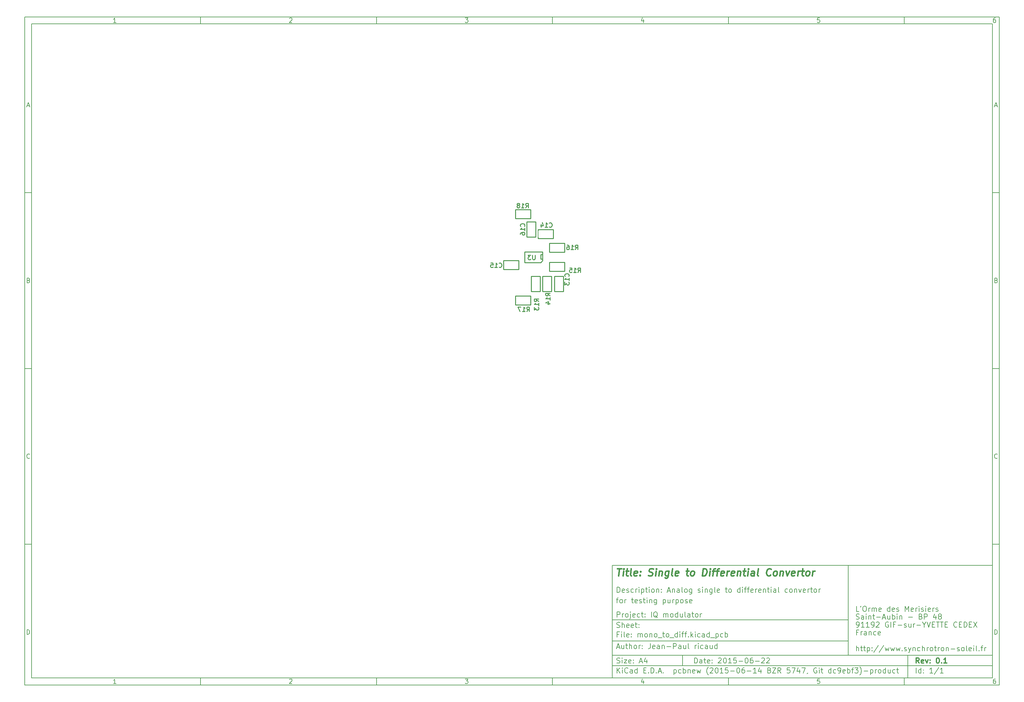
<source format=gbo>
G04 #@! TF.FileFunction,Legend,Bot*
%FSLAX46Y46*%
G04 Gerber Fmt 4.6, Leading zero omitted, Abs format (unit mm)*
G04 Created by KiCad (PCBNEW (2015-06-14 BZR 5747, Git dc9ebf3)-product) date 24/06/2015 09:37:51*
%MOMM*%
G01*
G04 APERTURE LIST*
%ADD10C,0.100000*%
%ADD11C,0.150000*%
%ADD12C,0.300000*%
%ADD13C,0.400000*%
%ADD14C,0.254000*%
%ADD15R,3.507740X3.507740*%
%ADD16C,3.507740*%
%ADD17C,2.908000*%
%ADD18C,3.108000*%
%ADD19C,6.108700*%
%ADD20R,1.905000X1.907540*%
%ADD21R,1.907540X1.905000*%
%ADD22R,1.107440X2.026920*%
G04 APERTURE END LIST*
D10*
D11*
X53812200Y-30117200D02*
X53812200Y-62117200D01*
X161812200Y-62117200D01*
X161812200Y-30117200D01*
X53812200Y-30117200D01*
D10*
D11*
X-113190000Y125890000D02*
X-113190000Y-64117200D01*
X163812200Y-64117200D01*
X163812200Y125890000D01*
X-113190000Y125890000D01*
D10*
D11*
X-111190000Y123890000D02*
X-111190000Y-62117200D01*
X161812200Y-62117200D01*
X161812200Y123890000D01*
X-111190000Y123890000D01*
D10*
D11*
X-63190000Y123890000D02*
X-63190000Y125890000D01*
D10*
D11*
X-13190000Y123890000D02*
X-13190000Y125890000D01*
D10*
D11*
X36810000Y123890000D02*
X36810000Y125890000D01*
D10*
D11*
X86810000Y123890000D02*
X86810000Y125890000D01*
D10*
D11*
X136810000Y123890000D02*
X136810000Y125890000D01*
D10*
D11*
X-87199524Y124301905D02*
X-87942381Y124301905D01*
X-87570952Y124301905D02*
X-87570952Y125601905D01*
X-87694762Y125416190D01*
X-87818571Y125292381D01*
X-87942381Y125230476D01*
D10*
D11*
X-37942381Y125478095D02*
X-37880476Y125540000D01*
X-37756667Y125601905D01*
X-37447143Y125601905D01*
X-37323333Y125540000D01*
X-37261429Y125478095D01*
X-37199524Y125354286D01*
X-37199524Y125230476D01*
X-37261429Y125044762D01*
X-38004286Y124301905D01*
X-37199524Y124301905D01*
D10*
D11*
X11995714Y125601905D02*
X12800476Y125601905D01*
X12367143Y125106667D01*
X12552857Y125106667D01*
X12676667Y125044762D01*
X12738571Y124982857D01*
X12800476Y124859048D01*
X12800476Y124549524D01*
X12738571Y124425714D01*
X12676667Y124363810D01*
X12552857Y124301905D01*
X12181429Y124301905D01*
X12057619Y124363810D01*
X11995714Y124425714D01*
D10*
D11*
X62676667Y125168571D02*
X62676667Y124301905D01*
X62367143Y125663810D02*
X62057619Y124735238D01*
X62862381Y124735238D01*
D10*
D11*
X112738571Y125601905D02*
X112119524Y125601905D01*
X112057619Y124982857D01*
X112119524Y125044762D01*
X112243333Y125106667D01*
X112552857Y125106667D01*
X112676667Y125044762D01*
X112738571Y124982857D01*
X112800476Y124859048D01*
X112800476Y124549524D01*
X112738571Y124425714D01*
X112676667Y124363810D01*
X112552857Y124301905D01*
X112243333Y124301905D01*
X112119524Y124363810D01*
X112057619Y124425714D01*
D10*
D11*
X162676667Y125601905D02*
X162429048Y125601905D01*
X162305238Y125540000D01*
X162243333Y125478095D01*
X162119524Y125292381D01*
X162057619Y125044762D01*
X162057619Y124549524D01*
X162119524Y124425714D01*
X162181429Y124363810D01*
X162305238Y124301905D01*
X162552857Y124301905D01*
X162676667Y124363810D01*
X162738571Y124425714D01*
X162800476Y124549524D01*
X162800476Y124859048D01*
X162738571Y124982857D01*
X162676667Y125044762D01*
X162552857Y125106667D01*
X162305238Y125106667D01*
X162181429Y125044762D01*
X162119524Y124982857D01*
X162057619Y124859048D01*
D10*
D11*
X-63190000Y-62117200D02*
X-63190000Y-64117200D01*
D10*
D11*
X-13190000Y-62117200D02*
X-13190000Y-64117200D01*
D10*
D11*
X36810000Y-62117200D02*
X36810000Y-64117200D01*
D10*
D11*
X86810000Y-62117200D02*
X86810000Y-64117200D01*
D10*
D11*
X136810000Y-62117200D02*
X136810000Y-64117200D01*
D10*
D11*
X-87199524Y-63705295D02*
X-87942381Y-63705295D01*
X-87570952Y-63705295D02*
X-87570952Y-62405295D01*
X-87694762Y-62591010D01*
X-87818571Y-62714819D01*
X-87942381Y-62776724D01*
D10*
D11*
X-37942381Y-62529105D02*
X-37880476Y-62467200D01*
X-37756667Y-62405295D01*
X-37447143Y-62405295D01*
X-37323333Y-62467200D01*
X-37261429Y-62529105D01*
X-37199524Y-62652914D01*
X-37199524Y-62776724D01*
X-37261429Y-62962438D01*
X-38004286Y-63705295D01*
X-37199524Y-63705295D01*
D10*
D11*
X11995714Y-62405295D02*
X12800476Y-62405295D01*
X12367143Y-62900533D01*
X12552857Y-62900533D01*
X12676667Y-62962438D01*
X12738571Y-63024343D01*
X12800476Y-63148152D01*
X12800476Y-63457676D01*
X12738571Y-63581486D01*
X12676667Y-63643390D01*
X12552857Y-63705295D01*
X12181429Y-63705295D01*
X12057619Y-63643390D01*
X11995714Y-63581486D01*
D10*
D11*
X62676667Y-62838629D02*
X62676667Y-63705295D01*
X62367143Y-62343390D02*
X62057619Y-63271962D01*
X62862381Y-63271962D01*
D10*
D11*
X112738571Y-62405295D02*
X112119524Y-62405295D01*
X112057619Y-63024343D01*
X112119524Y-62962438D01*
X112243333Y-62900533D01*
X112552857Y-62900533D01*
X112676667Y-62962438D01*
X112738571Y-63024343D01*
X112800476Y-63148152D01*
X112800476Y-63457676D01*
X112738571Y-63581486D01*
X112676667Y-63643390D01*
X112552857Y-63705295D01*
X112243333Y-63705295D01*
X112119524Y-63643390D01*
X112057619Y-63581486D01*
D10*
D11*
X162676667Y-62405295D02*
X162429048Y-62405295D01*
X162305238Y-62467200D01*
X162243333Y-62529105D01*
X162119524Y-62714819D01*
X162057619Y-62962438D01*
X162057619Y-63457676D01*
X162119524Y-63581486D01*
X162181429Y-63643390D01*
X162305238Y-63705295D01*
X162552857Y-63705295D01*
X162676667Y-63643390D01*
X162738571Y-63581486D01*
X162800476Y-63457676D01*
X162800476Y-63148152D01*
X162738571Y-63024343D01*
X162676667Y-62962438D01*
X162552857Y-62900533D01*
X162305238Y-62900533D01*
X162181429Y-62962438D01*
X162119524Y-63024343D01*
X162057619Y-63148152D01*
D10*
D11*
X-113190000Y75890000D02*
X-111190000Y75890000D01*
D10*
D11*
X-113190000Y25890000D02*
X-111190000Y25890000D01*
D10*
D11*
X-113190000Y-24110000D02*
X-111190000Y-24110000D01*
D10*
D11*
X-112499524Y100673333D02*
X-111880476Y100673333D01*
X-112623333Y100301905D02*
X-112190000Y101601905D01*
X-111756667Y100301905D01*
D10*
D11*
X-112097143Y50982857D02*
X-111911429Y50920952D01*
X-111849524Y50859048D01*
X-111787619Y50735238D01*
X-111787619Y50549524D01*
X-111849524Y50425714D01*
X-111911429Y50363810D01*
X-112035238Y50301905D01*
X-112530476Y50301905D01*
X-112530476Y51601905D01*
X-112097143Y51601905D01*
X-111973333Y51540000D01*
X-111911429Y51478095D01*
X-111849524Y51354286D01*
X-111849524Y51230476D01*
X-111911429Y51106667D01*
X-111973333Y51044762D01*
X-112097143Y50982857D01*
X-112530476Y50982857D01*
D10*
D11*
X-111787619Y425714D02*
X-111849524Y363810D01*
X-112035238Y301905D01*
X-112159048Y301905D01*
X-112344762Y363810D01*
X-112468571Y487619D01*
X-112530476Y611429D01*
X-112592381Y859048D01*
X-112592381Y1044762D01*
X-112530476Y1292381D01*
X-112468571Y1416190D01*
X-112344762Y1540000D01*
X-112159048Y1601905D01*
X-112035238Y1601905D01*
X-111849524Y1540000D01*
X-111787619Y1478095D01*
D10*
D11*
X-112530476Y-49698095D02*
X-112530476Y-48398095D01*
X-112220952Y-48398095D01*
X-112035238Y-48460000D01*
X-111911429Y-48583810D01*
X-111849524Y-48707619D01*
X-111787619Y-48955238D01*
X-111787619Y-49140952D01*
X-111849524Y-49388571D01*
X-111911429Y-49512381D01*
X-112035238Y-49636190D01*
X-112220952Y-49698095D01*
X-112530476Y-49698095D01*
D10*
D11*
X163812200Y75890000D02*
X161812200Y75890000D01*
D10*
D11*
X163812200Y25890000D02*
X161812200Y25890000D01*
D10*
D11*
X163812200Y-24110000D02*
X161812200Y-24110000D01*
D10*
D11*
X162502676Y100673333D02*
X163121724Y100673333D01*
X162378867Y100301905D02*
X162812200Y101601905D01*
X163245533Y100301905D01*
D10*
D11*
X162905057Y50982857D02*
X163090771Y50920952D01*
X163152676Y50859048D01*
X163214581Y50735238D01*
X163214581Y50549524D01*
X163152676Y50425714D01*
X163090771Y50363810D01*
X162966962Y50301905D01*
X162471724Y50301905D01*
X162471724Y51601905D01*
X162905057Y51601905D01*
X163028867Y51540000D01*
X163090771Y51478095D01*
X163152676Y51354286D01*
X163152676Y51230476D01*
X163090771Y51106667D01*
X163028867Y51044762D01*
X162905057Y50982857D01*
X162471724Y50982857D01*
D10*
D11*
X163214581Y425714D02*
X163152676Y363810D01*
X162966962Y301905D01*
X162843152Y301905D01*
X162657438Y363810D01*
X162533629Y487619D01*
X162471724Y611429D01*
X162409819Y859048D01*
X162409819Y1044762D01*
X162471724Y1292381D01*
X162533629Y1416190D01*
X162657438Y1540000D01*
X162843152Y1601905D01*
X162966962Y1601905D01*
X163152676Y1540000D01*
X163214581Y1478095D01*
D10*
D11*
X162471724Y-49698095D02*
X162471724Y-48398095D01*
X162781248Y-48398095D01*
X162966962Y-48460000D01*
X163090771Y-48583810D01*
X163152676Y-48707619D01*
X163214581Y-48955238D01*
X163214581Y-49140952D01*
X163152676Y-49388571D01*
X163090771Y-49512381D01*
X162966962Y-49636190D01*
X162781248Y-49698095D01*
X162471724Y-49698095D01*
D10*
D11*
X77169343Y-57895771D02*
X77169343Y-56395771D01*
X77526486Y-56395771D01*
X77740771Y-56467200D01*
X77883629Y-56610057D01*
X77955057Y-56752914D01*
X78026486Y-57038629D01*
X78026486Y-57252914D01*
X77955057Y-57538629D01*
X77883629Y-57681486D01*
X77740771Y-57824343D01*
X77526486Y-57895771D01*
X77169343Y-57895771D01*
X79312200Y-57895771D02*
X79312200Y-57110057D01*
X79240771Y-56967200D01*
X79097914Y-56895771D01*
X78812200Y-56895771D01*
X78669343Y-56967200D01*
X79312200Y-57824343D02*
X79169343Y-57895771D01*
X78812200Y-57895771D01*
X78669343Y-57824343D01*
X78597914Y-57681486D01*
X78597914Y-57538629D01*
X78669343Y-57395771D01*
X78812200Y-57324343D01*
X79169343Y-57324343D01*
X79312200Y-57252914D01*
X79812200Y-56895771D02*
X80383629Y-56895771D01*
X80026486Y-56395771D02*
X80026486Y-57681486D01*
X80097914Y-57824343D01*
X80240772Y-57895771D01*
X80383629Y-57895771D01*
X81455057Y-57824343D02*
X81312200Y-57895771D01*
X81026486Y-57895771D01*
X80883629Y-57824343D01*
X80812200Y-57681486D01*
X80812200Y-57110057D01*
X80883629Y-56967200D01*
X81026486Y-56895771D01*
X81312200Y-56895771D01*
X81455057Y-56967200D01*
X81526486Y-57110057D01*
X81526486Y-57252914D01*
X80812200Y-57395771D01*
X82169343Y-57752914D02*
X82240771Y-57824343D01*
X82169343Y-57895771D01*
X82097914Y-57824343D01*
X82169343Y-57752914D01*
X82169343Y-57895771D01*
X82169343Y-56967200D02*
X82240771Y-57038629D01*
X82169343Y-57110057D01*
X82097914Y-57038629D01*
X82169343Y-56967200D01*
X82169343Y-57110057D01*
X83955057Y-56538629D02*
X84026486Y-56467200D01*
X84169343Y-56395771D01*
X84526486Y-56395771D01*
X84669343Y-56467200D01*
X84740772Y-56538629D01*
X84812200Y-56681486D01*
X84812200Y-56824343D01*
X84740772Y-57038629D01*
X83883629Y-57895771D01*
X84812200Y-57895771D01*
X85740771Y-56395771D02*
X85883628Y-56395771D01*
X86026485Y-56467200D01*
X86097914Y-56538629D01*
X86169343Y-56681486D01*
X86240771Y-56967200D01*
X86240771Y-57324343D01*
X86169343Y-57610057D01*
X86097914Y-57752914D01*
X86026485Y-57824343D01*
X85883628Y-57895771D01*
X85740771Y-57895771D01*
X85597914Y-57824343D01*
X85526485Y-57752914D01*
X85455057Y-57610057D01*
X85383628Y-57324343D01*
X85383628Y-56967200D01*
X85455057Y-56681486D01*
X85526485Y-56538629D01*
X85597914Y-56467200D01*
X85740771Y-56395771D01*
X87669342Y-57895771D02*
X86812199Y-57895771D01*
X87240771Y-57895771D02*
X87240771Y-56395771D01*
X87097914Y-56610057D01*
X86955056Y-56752914D01*
X86812199Y-56824343D01*
X89026485Y-56395771D02*
X88312199Y-56395771D01*
X88240770Y-57110057D01*
X88312199Y-57038629D01*
X88455056Y-56967200D01*
X88812199Y-56967200D01*
X88955056Y-57038629D01*
X89026485Y-57110057D01*
X89097913Y-57252914D01*
X89097913Y-57610057D01*
X89026485Y-57752914D01*
X88955056Y-57824343D01*
X88812199Y-57895771D01*
X88455056Y-57895771D01*
X88312199Y-57824343D01*
X88240770Y-57752914D01*
X89740770Y-57324343D02*
X90883627Y-57324343D01*
X91883627Y-56395771D02*
X92026484Y-56395771D01*
X92169341Y-56467200D01*
X92240770Y-56538629D01*
X92312199Y-56681486D01*
X92383627Y-56967200D01*
X92383627Y-57324343D01*
X92312199Y-57610057D01*
X92240770Y-57752914D01*
X92169341Y-57824343D01*
X92026484Y-57895771D01*
X91883627Y-57895771D01*
X91740770Y-57824343D01*
X91669341Y-57752914D01*
X91597913Y-57610057D01*
X91526484Y-57324343D01*
X91526484Y-56967200D01*
X91597913Y-56681486D01*
X91669341Y-56538629D01*
X91740770Y-56467200D01*
X91883627Y-56395771D01*
X93669341Y-56395771D02*
X93383627Y-56395771D01*
X93240770Y-56467200D01*
X93169341Y-56538629D01*
X93026484Y-56752914D01*
X92955055Y-57038629D01*
X92955055Y-57610057D01*
X93026484Y-57752914D01*
X93097912Y-57824343D01*
X93240770Y-57895771D01*
X93526484Y-57895771D01*
X93669341Y-57824343D01*
X93740770Y-57752914D01*
X93812198Y-57610057D01*
X93812198Y-57252914D01*
X93740770Y-57110057D01*
X93669341Y-57038629D01*
X93526484Y-56967200D01*
X93240770Y-56967200D01*
X93097912Y-57038629D01*
X93026484Y-57110057D01*
X92955055Y-57252914D01*
X94455055Y-57324343D02*
X95597912Y-57324343D01*
X96240769Y-56538629D02*
X96312198Y-56467200D01*
X96455055Y-56395771D01*
X96812198Y-56395771D01*
X96955055Y-56467200D01*
X97026484Y-56538629D01*
X97097912Y-56681486D01*
X97097912Y-56824343D01*
X97026484Y-57038629D01*
X96169341Y-57895771D01*
X97097912Y-57895771D01*
X97669340Y-56538629D02*
X97740769Y-56467200D01*
X97883626Y-56395771D01*
X98240769Y-56395771D01*
X98383626Y-56467200D01*
X98455055Y-56538629D01*
X98526483Y-56681486D01*
X98526483Y-56824343D01*
X98455055Y-57038629D01*
X97597912Y-57895771D01*
X98526483Y-57895771D01*
D10*
D11*
X53812200Y-58617200D02*
X161812200Y-58617200D01*
D10*
D11*
X55169343Y-60695771D02*
X55169343Y-59195771D01*
X56026486Y-60695771D02*
X55383629Y-59838629D01*
X56026486Y-59195771D02*
X55169343Y-60052914D01*
X56669343Y-60695771D02*
X56669343Y-59695771D01*
X56669343Y-59195771D02*
X56597914Y-59267200D01*
X56669343Y-59338629D01*
X56740771Y-59267200D01*
X56669343Y-59195771D01*
X56669343Y-59338629D01*
X58240772Y-60552914D02*
X58169343Y-60624343D01*
X57955057Y-60695771D01*
X57812200Y-60695771D01*
X57597915Y-60624343D01*
X57455057Y-60481486D01*
X57383629Y-60338629D01*
X57312200Y-60052914D01*
X57312200Y-59838629D01*
X57383629Y-59552914D01*
X57455057Y-59410057D01*
X57597915Y-59267200D01*
X57812200Y-59195771D01*
X57955057Y-59195771D01*
X58169343Y-59267200D01*
X58240772Y-59338629D01*
X59526486Y-60695771D02*
X59526486Y-59910057D01*
X59455057Y-59767200D01*
X59312200Y-59695771D01*
X59026486Y-59695771D01*
X58883629Y-59767200D01*
X59526486Y-60624343D02*
X59383629Y-60695771D01*
X59026486Y-60695771D01*
X58883629Y-60624343D01*
X58812200Y-60481486D01*
X58812200Y-60338629D01*
X58883629Y-60195771D01*
X59026486Y-60124343D01*
X59383629Y-60124343D01*
X59526486Y-60052914D01*
X60883629Y-60695771D02*
X60883629Y-59195771D01*
X60883629Y-60624343D02*
X60740772Y-60695771D01*
X60455058Y-60695771D01*
X60312200Y-60624343D01*
X60240772Y-60552914D01*
X60169343Y-60410057D01*
X60169343Y-59981486D01*
X60240772Y-59838629D01*
X60312200Y-59767200D01*
X60455058Y-59695771D01*
X60740772Y-59695771D01*
X60883629Y-59767200D01*
X62740772Y-59910057D02*
X63240772Y-59910057D01*
X63455058Y-60695771D02*
X62740772Y-60695771D01*
X62740772Y-59195771D01*
X63455058Y-59195771D01*
X64097915Y-60552914D02*
X64169343Y-60624343D01*
X64097915Y-60695771D01*
X64026486Y-60624343D01*
X64097915Y-60552914D01*
X64097915Y-60695771D01*
X64812201Y-60695771D02*
X64812201Y-59195771D01*
X65169344Y-59195771D01*
X65383629Y-59267200D01*
X65526487Y-59410057D01*
X65597915Y-59552914D01*
X65669344Y-59838629D01*
X65669344Y-60052914D01*
X65597915Y-60338629D01*
X65526487Y-60481486D01*
X65383629Y-60624343D01*
X65169344Y-60695771D01*
X64812201Y-60695771D01*
X66312201Y-60552914D02*
X66383629Y-60624343D01*
X66312201Y-60695771D01*
X66240772Y-60624343D01*
X66312201Y-60552914D01*
X66312201Y-60695771D01*
X66955058Y-60267200D02*
X67669344Y-60267200D01*
X66812201Y-60695771D02*
X67312201Y-59195771D01*
X67812201Y-60695771D01*
X68312201Y-60552914D02*
X68383629Y-60624343D01*
X68312201Y-60695771D01*
X68240772Y-60624343D01*
X68312201Y-60552914D01*
X68312201Y-60695771D01*
X71312201Y-59695771D02*
X71312201Y-61195771D01*
X71312201Y-59767200D02*
X71455058Y-59695771D01*
X71740772Y-59695771D01*
X71883629Y-59767200D01*
X71955058Y-59838629D01*
X72026487Y-59981486D01*
X72026487Y-60410057D01*
X71955058Y-60552914D01*
X71883629Y-60624343D01*
X71740772Y-60695771D01*
X71455058Y-60695771D01*
X71312201Y-60624343D01*
X73312201Y-60624343D02*
X73169344Y-60695771D01*
X72883630Y-60695771D01*
X72740772Y-60624343D01*
X72669344Y-60552914D01*
X72597915Y-60410057D01*
X72597915Y-59981486D01*
X72669344Y-59838629D01*
X72740772Y-59767200D01*
X72883630Y-59695771D01*
X73169344Y-59695771D01*
X73312201Y-59767200D01*
X73955058Y-60695771D02*
X73955058Y-59195771D01*
X73955058Y-59767200D02*
X74097915Y-59695771D01*
X74383629Y-59695771D01*
X74526486Y-59767200D01*
X74597915Y-59838629D01*
X74669344Y-59981486D01*
X74669344Y-60410057D01*
X74597915Y-60552914D01*
X74526486Y-60624343D01*
X74383629Y-60695771D01*
X74097915Y-60695771D01*
X73955058Y-60624343D01*
X75312201Y-59695771D02*
X75312201Y-60695771D01*
X75312201Y-59838629D02*
X75383629Y-59767200D01*
X75526487Y-59695771D01*
X75740772Y-59695771D01*
X75883629Y-59767200D01*
X75955058Y-59910057D01*
X75955058Y-60695771D01*
X77240772Y-60624343D02*
X77097915Y-60695771D01*
X76812201Y-60695771D01*
X76669344Y-60624343D01*
X76597915Y-60481486D01*
X76597915Y-59910057D01*
X76669344Y-59767200D01*
X76812201Y-59695771D01*
X77097915Y-59695771D01*
X77240772Y-59767200D01*
X77312201Y-59910057D01*
X77312201Y-60052914D01*
X76597915Y-60195771D01*
X77812201Y-59695771D02*
X78097915Y-60695771D01*
X78383629Y-59981486D01*
X78669344Y-60695771D01*
X78955058Y-59695771D01*
X81097915Y-61267200D02*
X81026487Y-61195771D01*
X80883630Y-60981486D01*
X80812201Y-60838629D01*
X80740772Y-60624343D01*
X80669344Y-60267200D01*
X80669344Y-59981486D01*
X80740772Y-59624343D01*
X80812201Y-59410057D01*
X80883630Y-59267200D01*
X81026487Y-59052914D01*
X81097915Y-58981486D01*
X81597915Y-59338629D02*
X81669344Y-59267200D01*
X81812201Y-59195771D01*
X82169344Y-59195771D01*
X82312201Y-59267200D01*
X82383630Y-59338629D01*
X82455058Y-59481486D01*
X82455058Y-59624343D01*
X82383630Y-59838629D01*
X81526487Y-60695771D01*
X82455058Y-60695771D01*
X83383629Y-59195771D02*
X83526486Y-59195771D01*
X83669343Y-59267200D01*
X83740772Y-59338629D01*
X83812201Y-59481486D01*
X83883629Y-59767200D01*
X83883629Y-60124343D01*
X83812201Y-60410057D01*
X83740772Y-60552914D01*
X83669343Y-60624343D01*
X83526486Y-60695771D01*
X83383629Y-60695771D01*
X83240772Y-60624343D01*
X83169343Y-60552914D01*
X83097915Y-60410057D01*
X83026486Y-60124343D01*
X83026486Y-59767200D01*
X83097915Y-59481486D01*
X83169343Y-59338629D01*
X83240772Y-59267200D01*
X83383629Y-59195771D01*
X85312200Y-60695771D02*
X84455057Y-60695771D01*
X84883629Y-60695771D02*
X84883629Y-59195771D01*
X84740772Y-59410057D01*
X84597914Y-59552914D01*
X84455057Y-59624343D01*
X86669343Y-59195771D02*
X85955057Y-59195771D01*
X85883628Y-59910057D01*
X85955057Y-59838629D01*
X86097914Y-59767200D01*
X86455057Y-59767200D01*
X86597914Y-59838629D01*
X86669343Y-59910057D01*
X86740771Y-60052914D01*
X86740771Y-60410057D01*
X86669343Y-60552914D01*
X86597914Y-60624343D01*
X86455057Y-60695771D01*
X86097914Y-60695771D01*
X85955057Y-60624343D01*
X85883628Y-60552914D01*
X87383628Y-60124343D02*
X88526485Y-60124343D01*
X89526485Y-59195771D02*
X89669342Y-59195771D01*
X89812199Y-59267200D01*
X89883628Y-59338629D01*
X89955057Y-59481486D01*
X90026485Y-59767200D01*
X90026485Y-60124343D01*
X89955057Y-60410057D01*
X89883628Y-60552914D01*
X89812199Y-60624343D01*
X89669342Y-60695771D01*
X89526485Y-60695771D01*
X89383628Y-60624343D01*
X89312199Y-60552914D01*
X89240771Y-60410057D01*
X89169342Y-60124343D01*
X89169342Y-59767200D01*
X89240771Y-59481486D01*
X89312199Y-59338629D01*
X89383628Y-59267200D01*
X89526485Y-59195771D01*
X91312199Y-59195771D02*
X91026485Y-59195771D01*
X90883628Y-59267200D01*
X90812199Y-59338629D01*
X90669342Y-59552914D01*
X90597913Y-59838629D01*
X90597913Y-60410057D01*
X90669342Y-60552914D01*
X90740770Y-60624343D01*
X90883628Y-60695771D01*
X91169342Y-60695771D01*
X91312199Y-60624343D01*
X91383628Y-60552914D01*
X91455056Y-60410057D01*
X91455056Y-60052914D01*
X91383628Y-59910057D01*
X91312199Y-59838629D01*
X91169342Y-59767200D01*
X90883628Y-59767200D01*
X90740770Y-59838629D01*
X90669342Y-59910057D01*
X90597913Y-60052914D01*
X92097913Y-60124343D02*
X93240770Y-60124343D01*
X94740770Y-60695771D02*
X93883627Y-60695771D01*
X94312199Y-60695771D02*
X94312199Y-59195771D01*
X94169342Y-59410057D01*
X94026484Y-59552914D01*
X93883627Y-59624343D01*
X96026484Y-59695771D02*
X96026484Y-60695771D01*
X95669341Y-59124343D02*
X95312198Y-60195771D01*
X96240770Y-60195771D01*
X98455055Y-59910057D02*
X98669341Y-59981486D01*
X98740769Y-60052914D01*
X98812198Y-60195771D01*
X98812198Y-60410057D01*
X98740769Y-60552914D01*
X98669341Y-60624343D01*
X98526483Y-60695771D01*
X97955055Y-60695771D01*
X97955055Y-59195771D01*
X98455055Y-59195771D01*
X98597912Y-59267200D01*
X98669341Y-59338629D01*
X98740769Y-59481486D01*
X98740769Y-59624343D01*
X98669341Y-59767200D01*
X98597912Y-59838629D01*
X98455055Y-59910057D01*
X97955055Y-59910057D01*
X99312198Y-59195771D02*
X100312198Y-59195771D01*
X99312198Y-60695771D01*
X100312198Y-60695771D01*
X101740769Y-60695771D02*
X101240769Y-59981486D01*
X100883626Y-60695771D02*
X100883626Y-59195771D01*
X101455054Y-59195771D01*
X101597912Y-59267200D01*
X101669340Y-59338629D01*
X101740769Y-59481486D01*
X101740769Y-59695771D01*
X101669340Y-59838629D01*
X101597912Y-59910057D01*
X101455054Y-59981486D01*
X100883626Y-59981486D01*
X104240769Y-59195771D02*
X103526483Y-59195771D01*
X103455054Y-59910057D01*
X103526483Y-59838629D01*
X103669340Y-59767200D01*
X104026483Y-59767200D01*
X104169340Y-59838629D01*
X104240769Y-59910057D01*
X104312197Y-60052914D01*
X104312197Y-60410057D01*
X104240769Y-60552914D01*
X104169340Y-60624343D01*
X104026483Y-60695771D01*
X103669340Y-60695771D01*
X103526483Y-60624343D01*
X103455054Y-60552914D01*
X104812197Y-59195771D02*
X105812197Y-59195771D01*
X105169340Y-60695771D01*
X107026482Y-59695771D02*
X107026482Y-60695771D01*
X106669339Y-59124343D02*
X106312196Y-60195771D01*
X107240768Y-60195771D01*
X107669339Y-59195771D02*
X108669339Y-59195771D01*
X108026482Y-60695771D01*
X109312195Y-60624343D02*
X109312195Y-60695771D01*
X109240767Y-60838629D01*
X109169338Y-60910057D01*
X111883624Y-59267200D02*
X111740767Y-59195771D01*
X111526481Y-59195771D01*
X111312196Y-59267200D01*
X111169338Y-59410057D01*
X111097910Y-59552914D01*
X111026481Y-59838629D01*
X111026481Y-60052914D01*
X111097910Y-60338629D01*
X111169338Y-60481486D01*
X111312196Y-60624343D01*
X111526481Y-60695771D01*
X111669338Y-60695771D01*
X111883624Y-60624343D01*
X111955053Y-60552914D01*
X111955053Y-60052914D01*
X111669338Y-60052914D01*
X112597910Y-60695771D02*
X112597910Y-59695771D01*
X112597910Y-59195771D02*
X112526481Y-59267200D01*
X112597910Y-59338629D01*
X112669338Y-59267200D01*
X112597910Y-59195771D01*
X112597910Y-59338629D01*
X113097910Y-59695771D02*
X113669339Y-59695771D01*
X113312196Y-59195771D02*
X113312196Y-60481486D01*
X113383624Y-60624343D01*
X113526482Y-60695771D01*
X113669339Y-60695771D01*
X115955053Y-60695771D02*
X115955053Y-59195771D01*
X115955053Y-60624343D02*
X115812196Y-60695771D01*
X115526482Y-60695771D01*
X115383624Y-60624343D01*
X115312196Y-60552914D01*
X115240767Y-60410057D01*
X115240767Y-59981486D01*
X115312196Y-59838629D01*
X115383624Y-59767200D01*
X115526482Y-59695771D01*
X115812196Y-59695771D01*
X115955053Y-59767200D01*
X117312196Y-60624343D02*
X117169339Y-60695771D01*
X116883625Y-60695771D01*
X116740767Y-60624343D01*
X116669339Y-60552914D01*
X116597910Y-60410057D01*
X116597910Y-59981486D01*
X116669339Y-59838629D01*
X116740767Y-59767200D01*
X116883625Y-59695771D01*
X117169339Y-59695771D01*
X117312196Y-59767200D01*
X118026481Y-60695771D02*
X118312196Y-60695771D01*
X118455053Y-60624343D01*
X118526481Y-60552914D01*
X118669339Y-60338629D01*
X118740767Y-60052914D01*
X118740767Y-59481486D01*
X118669339Y-59338629D01*
X118597910Y-59267200D01*
X118455053Y-59195771D01*
X118169339Y-59195771D01*
X118026481Y-59267200D01*
X117955053Y-59338629D01*
X117883624Y-59481486D01*
X117883624Y-59838629D01*
X117955053Y-59981486D01*
X118026481Y-60052914D01*
X118169339Y-60124343D01*
X118455053Y-60124343D01*
X118597910Y-60052914D01*
X118669339Y-59981486D01*
X118740767Y-59838629D01*
X119955052Y-60624343D02*
X119812195Y-60695771D01*
X119526481Y-60695771D01*
X119383624Y-60624343D01*
X119312195Y-60481486D01*
X119312195Y-59910057D01*
X119383624Y-59767200D01*
X119526481Y-59695771D01*
X119812195Y-59695771D01*
X119955052Y-59767200D01*
X120026481Y-59910057D01*
X120026481Y-60052914D01*
X119312195Y-60195771D01*
X120669338Y-60695771D02*
X120669338Y-59195771D01*
X120669338Y-59767200D02*
X120812195Y-59695771D01*
X121097909Y-59695771D01*
X121240766Y-59767200D01*
X121312195Y-59838629D01*
X121383624Y-59981486D01*
X121383624Y-60410057D01*
X121312195Y-60552914D01*
X121240766Y-60624343D01*
X121097909Y-60695771D01*
X120812195Y-60695771D01*
X120669338Y-60624343D01*
X121812195Y-59695771D02*
X122383624Y-59695771D01*
X122026481Y-60695771D02*
X122026481Y-59410057D01*
X122097909Y-59267200D01*
X122240767Y-59195771D01*
X122383624Y-59195771D01*
X122740767Y-59195771D02*
X123669338Y-59195771D01*
X123169338Y-59767200D01*
X123383624Y-59767200D01*
X123526481Y-59838629D01*
X123597910Y-59910057D01*
X123669338Y-60052914D01*
X123669338Y-60410057D01*
X123597910Y-60552914D01*
X123526481Y-60624343D01*
X123383624Y-60695771D01*
X122955052Y-60695771D01*
X122812195Y-60624343D01*
X122740767Y-60552914D01*
X124169338Y-61267200D02*
X124240766Y-61195771D01*
X124383623Y-60981486D01*
X124455052Y-60838629D01*
X124526481Y-60624343D01*
X124597909Y-60267200D01*
X124597909Y-59981486D01*
X124526481Y-59624343D01*
X124455052Y-59410057D01*
X124383623Y-59267200D01*
X124240766Y-59052914D01*
X124169338Y-58981486D01*
X125312195Y-60124343D02*
X126455052Y-60124343D01*
X127169338Y-59695771D02*
X127169338Y-61195771D01*
X127169338Y-59767200D02*
X127312195Y-59695771D01*
X127597909Y-59695771D01*
X127740766Y-59767200D01*
X127812195Y-59838629D01*
X127883624Y-59981486D01*
X127883624Y-60410057D01*
X127812195Y-60552914D01*
X127740766Y-60624343D01*
X127597909Y-60695771D01*
X127312195Y-60695771D01*
X127169338Y-60624343D01*
X128526481Y-60695771D02*
X128526481Y-59695771D01*
X128526481Y-59981486D02*
X128597909Y-59838629D01*
X128669338Y-59767200D01*
X128812195Y-59695771D01*
X128955052Y-59695771D01*
X129669338Y-60695771D02*
X129526480Y-60624343D01*
X129455052Y-60552914D01*
X129383623Y-60410057D01*
X129383623Y-59981486D01*
X129455052Y-59838629D01*
X129526480Y-59767200D01*
X129669338Y-59695771D01*
X129883623Y-59695771D01*
X130026480Y-59767200D01*
X130097909Y-59838629D01*
X130169338Y-59981486D01*
X130169338Y-60410057D01*
X130097909Y-60552914D01*
X130026480Y-60624343D01*
X129883623Y-60695771D01*
X129669338Y-60695771D01*
X131455052Y-60695771D02*
X131455052Y-59195771D01*
X131455052Y-60624343D02*
X131312195Y-60695771D01*
X131026481Y-60695771D01*
X130883623Y-60624343D01*
X130812195Y-60552914D01*
X130740766Y-60410057D01*
X130740766Y-59981486D01*
X130812195Y-59838629D01*
X130883623Y-59767200D01*
X131026481Y-59695771D01*
X131312195Y-59695771D01*
X131455052Y-59767200D01*
X132812195Y-59695771D02*
X132812195Y-60695771D01*
X132169338Y-59695771D02*
X132169338Y-60481486D01*
X132240766Y-60624343D01*
X132383624Y-60695771D01*
X132597909Y-60695771D01*
X132740766Y-60624343D01*
X132812195Y-60552914D01*
X134169338Y-60624343D02*
X134026481Y-60695771D01*
X133740767Y-60695771D01*
X133597909Y-60624343D01*
X133526481Y-60552914D01*
X133455052Y-60410057D01*
X133455052Y-59981486D01*
X133526481Y-59838629D01*
X133597909Y-59767200D01*
X133740767Y-59695771D01*
X134026481Y-59695771D01*
X134169338Y-59767200D01*
X134597909Y-59695771D02*
X135169338Y-59695771D01*
X134812195Y-59195771D02*
X134812195Y-60481486D01*
X134883623Y-60624343D01*
X135026481Y-60695771D01*
X135169338Y-60695771D01*
D10*
D11*
X53812200Y-55617200D02*
X161812200Y-55617200D01*
D10*
D12*
X141026486Y-57895771D02*
X140526486Y-57181486D01*
X140169343Y-57895771D02*
X140169343Y-56395771D01*
X140740771Y-56395771D01*
X140883629Y-56467200D01*
X140955057Y-56538629D01*
X141026486Y-56681486D01*
X141026486Y-56895771D01*
X140955057Y-57038629D01*
X140883629Y-57110057D01*
X140740771Y-57181486D01*
X140169343Y-57181486D01*
X142240771Y-57824343D02*
X142097914Y-57895771D01*
X141812200Y-57895771D01*
X141669343Y-57824343D01*
X141597914Y-57681486D01*
X141597914Y-57110057D01*
X141669343Y-56967200D01*
X141812200Y-56895771D01*
X142097914Y-56895771D01*
X142240771Y-56967200D01*
X142312200Y-57110057D01*
X142312200Y-57252914D01*
X141597914Y-57395771D01*
X142812200Y-56895771D02*
X143169343Y-57895771D01*
X143526485Y-56895771D01*
X144097914Y-57752914D02*
X144169342Y-57824343D01*
X144097914Y-57895771D01*
X144026485Y-57824343D01*
X144097914Y-57752914D01*
X144097914Y-57895771D01*
X144097914Y-56967200D02*
X144169342Y-57038629D01*
X144097914Y-57110057D01*
X144026485Y-57038629D01*
X144097914Y-56967200D01*
X144097914Y-57110057D01*
X146240771Y-56395771D02*
X146383628Y-56395771D01*
X146526485Y-56467200D01*
X146597914Y-56538629D01*
X146669343Y-56681486D01*
X146740771Y-56967200D01*
X146740771Y-57324343D01*
X146669343Y-57610057D01*
X146597914Y-57752914D01*
X146526485Y-57824343D01*
X146383628Y-57895771D01*
X146240771Y-57895771D01*
X146097914Y-57824343D01*
X146026485Y-57752914D01*
X145955057Y-57610057D01*
X145883628Y-57324343D01*
X145883628Y-56967200D01*
X145955057Y-56681486D01*
X146026485Y-56538629D01*
X146097914Y-56467200D01*
X146240771Y-56395771D01*
X147383628Y-57752914D02*
X147455056Y-57824343D01*
X147383628Y-57895771D01*
X147312199Y-57824343D01*
X147383628Y-57752914D01*
X147383628Y-57895771D01*
X148883628Y-57895771D02*
X148026485Y-57895771D01*
X148455057Y-57895771D02*
X148455057Y-56395771D01*
X148312200Y-56610057D01*
X148169342Y-56752914D01*
X148026485Y-56824343D01*
D10*
D11*
X55097914Y-57824343D02*
X55312200Y-57895771D01*
X55669343Y-57895771D01*
X55812200Y-57824343D01*
X55883629Y-57752914D01*
X55955057Y-57610057D01*
X55955057Y-57467200D01*
X55883629Y-57324343D01*
X55812200Y-57252914D01*
X55669343Y-57181486D01*
X55383629Y-57110057D01*
X55240771Y-57038629D01*
X55169343Y-56967200D01*
X55097914Y-56824343D01*
X55097914Y-56681486D01*
X55169343Y-56538629D01*
X55240771Y-56467200D01*
X55383629Y-56395771D01*
X55740771Y-56395771D01*
X55955057Y-56467200D01*
X56597914Y-57895771D02*
X56597914Y-56895771D01*
X56597914Y-56395771D02*
X56526485Y-56467200D01*
X56597914Y-56538629D01*
X56669342Y-56467200D01*
X56597914Y-56395771D01*
X56597914Y-56538629D01*
X57169343Y-56895771D02*
X57955057Y-56895771D01*
X57169343Y-57895771D01*
X57955057Y-57895771D01*
X59097914Y-57824343D02*
X58955057Y-57895771D01*
X58669343Y-57895771D01*
X58526486Y-57824343D01*
X58455057Y-57681486D01*
X58455057Y-57110057D01*
X58526486Y-56967200D01*
X58669343Y-56895771D01*
X58955057Y-56895771D01*
X59097914Y-56967200D01*
X59169343Y-57110057D01*
X59169343Y-57252914D01*
X58455057Y-57395771D01*
X59812200Y-57752914D02*
X59883628Y-57824343D01*
X59812200Y-57895771D01*
X59740771Y-57824343D01*
X59812200Y-57752914D01*
X59812200Y-57895771D01*
X59812200Y-56967200D02*
X59883628Y-57038629D01*
X59812200Y-57110057D01*
X59740771Y-57038629D01*
X59812200Y-56967200D01*
X59812200Y-57110057D01*
X61597914Y-57467200D02*
X62312200Y-57467200D01*
X61455057Y-57895771D02*
X61955057Y-56395771D01*
X62455057Y-57895771D01*
X63597914Y-56895771D02*
X63597914Y-57895771D01*
X63240771Y-56324343D02*
X62883628Y-57395771D01*
X63812200Y-57395771D01*
D10*
D11*
X140169343Y-60695771D02*
X140169343Y-59195771D01*
X141526486Y-60695771D02*
X141526486Y-59195771D01*
X141526486Y-60624343D02*
X141383629Y-60695771D01*
X141097915Y-60695771D01*
X140955057Y-60624343D01*
X140883629Y-60552914D01*
X140812200Y-60410057D01*
X140812200Y-59981486D01*
X140883629Y-59838629D01*
X140955057Y-59767200D01*
X141097915Y-59695771D01*
X141383629Y-59695771D01*
X141526486Y-59767200D01*
X142240772Y-60552914D02*
X142312200Y-60624343D01*
X142240772Y-60695771D01*
X142169343Y-60624343D01*
X142240772Y-60552914D01*
X142240772Y-60695771D01*
X142240772Y-59767200D02*
X142312200Y-59838629D01*
X142240772Y-59910057D01*
X142169343Y-59838629D01*
X142240772Y-59767200D01*
X142240772Y-59910057D01*
X144883629Y-60695771D02*
X144026486Y-60695771D01*
X144455058Y-60695771D02*
X144455058Y-59195771D01*
X144312201Y-59410057D01*
X144169343Y-59552914D01*
X144026486Y-59624343D01*
X146597914Y-59124343D02*
X145312200Y-61052914D01*
X147883629Y-60695771D02*
X147026486Y-60695771D01*
X147455058Y-60695771D02*
X147455058Y-59195771D01*
X147312201Y-59410057D01*
X147169343Y-59552914D01*
X147026486Y-59624343D01*
D10*
D11*
X163812200Y-64117200D02*
X163812200Y-64117200D01*
D10*
D11*
X53812200Y-51617200D02*
X120812200Y-51617200D01*
D10*
D13*
X55264581Y-31021962D02*
X56407438Y-31021962D01*
X55586010Y-33021962D02*
X55836010Y-31021962D01*
X56824105Y-33021962D02*
X56990771Y-31688629D01*
X57074105Y-31021962D02*
X56966962Y-31117200D01*
X57050295Y-31212438D01*
X57157439Y-31117200D01*
X57074105Y-31021962D01*
X57050295Y-31212438D01*
X57657438Y-31688629D02*
X58419343Y-31688629D01*
X58026486Y-31021962D02*
X57812200Y-32736248D01*
X57883630Y-32926724D01*
X58062201Y-33021962D01*
X58252677Y-33021962D01*
X59205058Y-33021962D02*
X59026487Y-32926724D01*
X58955057Y-32736248D01*
X59169343Y-31021962D01*
X60740772Y-32926724D02*
X60538391Y-33021962D01*
X60157439Y-33021962D01*
X59978867Y-32926724D01*
X59907438Y-32736248D01*
X60002676Y-31974343D01*
X60121724Y-31783867D01*
X60324105Y-31688629D01*
X60705057Y-31688629D01*
X60883629Y-31783867D01*
X60955057Y-31974343D01*
X60931248Y-32164819D01*
X59955057Y-32355295D01*
X61705057Y-32831486D02*
X61788392Y-32926724D01*
X61681248Y-33021962D01*
X61597915Y-32926724D01*
X61705057Y-32831486D01*
X61681248Y-33021962D01*
X61836010Y-31783867D02*
X61919344Y-31879105D01*
X61812200Y-31974343D01*
X61728867Y-31879105D01*
X61836010Y-31783867D01*
X61812200Y-31974343D01*
X64074106Y-32926724D02*
X64347916Y-33021962D01*
X64824106Y-33021962D01*
X65026487Y-32926724D01*
X65133629Y-32831486D01*
X65252678Y-32641010D01*
X65276487Y-32450533D01*
X65205058Y-32260057D01*
X65121725Y-32164819D01*
X64943153Y-32069581D01*
X64574106Y-31974343D01*
X64395535Y-31879105D01*
X64312201Y-31783867D01*
X64240772Y-31593390D01*
X64264582Y-31402914D01*
X64383629Y-31212438D01*
X64490773Y-31117200D01*
X64693154Y-31021962D01*
X65169344Y-31021962D01*
X65443154Y-31117200D01*
X66062201Y-33021962D02*
X66228867Y-31688629D01*
X66312201Y-31021962D02*
X66205058Y-31117200D01*
X66288391Y-31212438D01*
X66395535Y-31117200D01*
X66312201Y-31021962D01*
X66288391Y-31212438D01*
X67181248Y-31688629D02*
X67014582Y-33021962D01*
X67157439Y-31879105D02*
X67264583Y-31783867D01*
X67466963Y-31688629D01*
X67752677Y-31688629D01*
X67931249Y-31783867D01*
X68002677Y-31974343D01*
X67871725Y-33021962D01*
X69847915Y-31688629D02*
X69645534Y-33307676D01*
X69526487Y-33498152D01*
X69419344Y-33593390D01*
X69216963Y-33688629D01*
X68931249Y-33688629D01*
X68752677Y-33593390D01*
X69693154Y-32926724D02*
X69490773Y-33021962D01*
X69109821Y-33021962D01*
X68931250Y-32926724D01*
X68847915Y-32831486D01*
X68776487Y-32641010D01*
X68847915Y-32069581D01*
X68966963Y-31879105D01*
X69074107Y-31783867D01*
X69276487Y-31688629D01*
X69657439Y-31688629D01*
X69836011Y-31783867D01*
X70919345Y-33021962D02*
X70740774Y-32926724D01*
X70669344Y-32736248D01*
X70883630Y-31021962D01*
X72455059Y-32926724D02*
X72252678Y-33021962D01*
X71871726Y-33021962D01*
X71693154Y-32926724D01*
X71621725Y-32736248D01*
X71716963Y-31974343D01*
X71836011Y-31783867D01*
X72038392Y-31688629D01*
X72419344Y-31688629D01*
X72597916Y-31783867D01*
X72669344Y-31974343D01*
X72645535Y-32164819D01*
X71669344Y-32355295D01*
X74800297Y-31688629D02*
X75562202Y-31688629D01*
X75169345Y-31021962D02*
X74955059Y-32736248D01*
X75026489Y-32926724D01*
X75205060Y-33021962D01*
X75395536Y-33021962D01*
X76347917Y-33021962D02*
X76169346Y-32926724D01*
X76086011Y-32831486D01*
X76014583Y-32641010D01*
X76086011Y-32069581D01*
X76205059Y-31879105D01*
X76312203Y-31783867D01*
X76514583Y-31688629D01*
X76800297Y-31688629D01*
X76978869Y-31783867D01*
X77062202Y-31879105D01*
X77133630Y-32069581D01*
X77062202Y-32641010D01*
X76943154Y-32831486D01*
X76836012Y-32926724D01*
X76633631Y-33021962D01*
X76347917Y-33021962D01*
X79395536Y-33021962D02*
X79645536Y-31021962D01*
X80121727Y-31021962D01*
X80395536Y-31117200D01*
X80562203Y-31307676D01*
X80633632Y-31498152D01*
X80681251Y-31879105D01*
X80645537Y-32164819D01*
X80502680Y-32545771D01*
X80383631Y-32736248D01*
X80169346Y-32926724D01*
X79871727Y-33021962D01*
X79395536Y-33021962D01*
X81395536Y-33021962D02*
X81562202Y-31688629D01*
X81645536Y-31021962D02*
X81538393Y-31117200D01*
X81621726Y-31212438D01*
X81728870Y-31117200D01*
X81645536Y-31021962D01*
X81621726Y-31212438D01*
X82228869Y-31688629D02*
X82990774Y-31688629D01*
X82347917Y-33021962D02*
X82562203Y-31307676D01*
X82681251Y-31117200D01*
X82883632Y-31021962D01*
X83074108Y-31021962D01*
X83371726Y-31688629D02*
X84133631Y-31688629D01*
X83490774Y-33021962D02*
X83705060Y-31307676D01*
X83824108Y-31117200D01*
X84026489Y-31021962D01*
X84216965Y-31021962D01*
X85407441Y-32926724D02*
X85205060Y-33021962D01*
X84824108Y-33021962D01*
X84645536Y-32926724D01*
X84574107Y-32736248D01*
X84669345Y-31974343D01*
X84788393Y-31783867D01*
X84990774Y-31688629D01*
X85371726Y-31688629D01*
X85550298Y-31783867D01*
X85621726Y-31974343D01*
X85597917Y-32164819D01*
X84621726Y-32355295D01*
X86347917Y-33021962D02*
X86514583Y-31688629D01*
X86466964Y-32069581D02*
X86586013Y-31879105D01*
X86693156Y-31783867D01*
X86895536Y-31688629D01*
X87086012Y-31688629D01*
X88359822Y-32926724D02*
X88157441Y-33021962D01*
X87776489Y-33021962D01*
X87597917Y-32926724D01*
X87526488Y-32736248D01*
X87621726Y-31974343D01*
X87740774Y-31783867D01*
X87943155Y-31688629D01*
X88324107Y-31688629D01*
X88502679Y-31783867D01*
X88574107Y-31974343D01*
X88550298Y-32164819D01*
X87574107Y-32355295D01*
X89466964Y-31688629D02*
X89300298Y-33021962D01*
X89443155Y-31879105D02*
X89550299Y-31783867D01*
X89752679Y-31688629D01*
X90038393Y-31688629D01*
X90216965Y-31783867D01*
X90288393Y-31974343D01*
X90157441Y-33021962D01*
X90990774Y-31688629D02*
X91752679Y-31688629D01*
X91359822Y-31021962D02*
X91145536Y-32736248D01*
X91216966Y-32926724D01*
X91395537Y-33021962D01*
X91586013Y-33021962D01*
X92252679Y-33021962D02*
X92419345Y-31688629D01*
X92502679Y-31021962D02*
X92395536Y-31117200D01*
X92478869Y-31212438D01*
X92586013Y-31117200D01*
X92502679Y-31021962D01*
X92478869Y-31212438D01*
X94062203Y-33021962D02*
X94193155Y-31974343D01*
X94121727Y-31783867D01*
X93943155Y-31688629D01*
X93562203Y-31688629D01*
X93359822Y-31783867D01*
X94074108Y-32926724D02*
X93871727Y-33021962D01*
X93395537Y-33021962D01*
X93216965Y-32926724D01*
X93145536Y-32736248D01*
X93169346Y-32545771D01*
X93288393Y-32355295D01*
X93490775Y-32260057D01*
X93966965Y-32260057D01*
X94169346Y-32164819D01*
X95300299Y-33021962D02*
X95121728Y-32926724D01*
X95050298Y-32736248D01*
X95264584Y-31021962D01*
X98752680Y-32831486D02*
X98645538Y-32926724D01*
X98347918Y-33021962D01*
X98157442Y-33021962D01*
X97883633Y-32926724D01*
X97716966Y-32736248D01*
X97645537Y-32545771D01*
X97597918Y-32164819D01*
X97633632Y-31879105D01*
X97776489Y-31498152D01*
X97895538Y-31307676D01*
X98109823Y-31117200D01*
X98407442Y-31021962D01*
X98597918Y-31021962D01*
X98871728Y-31117200D01*
X98955061Y-31212438D01*
X99871728Y-33021962D02*
X99693157Y-32926724D01*
X99609822Y-32831486D01*
X99538394Y-32641010D01*
X99609822Y-32069581D01*
X99728870Y-31879105D01*
X99836014Y-31783867D01*
X100038394Y-31688629D01*
X100324108Y-31688629D01*
X100502680Y-31783867D01*
X100586013Y-31879105D01*
X100657441Y-32069581D01*
X100586013Y-32641010D01*
X100466965Y-32831486D01*
X100359823Y-32926724D01*
X100157442Y-33021962D01*
X99871728Y-33021962D01*
X101562203Y-31688629D02*
X101395537Y-33021962D01*
X101538394Y-31879105D02*
X101645538Y-31783867D01*
X101847918Y-31688629D01*
X102133632Y-31688629D01*
X102312204Y-31783867D01*
X102383632Y-31974343D01*
X102252680Y-33021962D01*
X103181251Y-31688629D02*
X103490776Y-33021962D01*
X104133632Y-31688629D01*
X105502681Y-32926724D02*
X105300300Y-33021962D01*
X104919348Y-33021962D01*
X104740776Y-32926724D01*
X104669347Y-32736248D01*
X104764585Y-31974343D01*
X104883633Y-31783867D01*
X105086014Y-31688629D01*
X105466966Y-31688629D01*
X105645538Y-31783867D01*
X105716966Y-31974343D01*
X105693157Y-32164819D01*
X104716966Y-32355295D01*
X106443157Y-33021962D02*
X106609823Y-31688629D01*
X106562204Y-32069581D02*
X106681253Y-31879105D01*
X106788396Y-31783867D01*
X106990776Y-31688629D01*
X107181252Y-31688629D01*
X107562204Y-31688629D02*
X108324109Y-31688629D01*
X107931252Y-31021962D02*
X107716966Y-32736248D01*
X107788396Y-32926724D01*
X107966967Y-33021962D01*
X108157443Y-33021962D01*
X109109824Y-33021962D02*
X108931253Y-32926724D01*
X108847918Y-32831486D01*
X108776490Y-32641010D01*
X108847918Y-32069581D01*
X108966966Y-31879105D01*
X109074110Y-31783867D01*
X109276490Y-31688629D01*
X109562204Y-31688629D01*
X109740776Y-31783867D01*
X109824109Y-31879105D01*
X109895537Y-32069581D01*
X109824109Y-32641010D01*
X109705061Y-32831486D01*
X109597919Y-32926724D01*
X109395538Y-33021962D01*
X109109824Y-33021962D01*
X110633633Y-33021962D02*
X110800299Y-31688629D01*
X110752680Y-32069581D02*
X110871729Y-31879105D01*
X110978872Y-31783867D01*
X111181252Y-31688629D01*
X111371728Y-31688629D01*
D10*
D11*
X55669343Y-49710057D02*
X55169343Y-49710057D01*
X55169343Y-50495771D02*
X55169343Y-48995771D01*
X55883629Y-48995771D01*
X56455057Y-50495771D02*
X56455057Y-49495771D01*
X56455057Y-48995771D02*
X56383628Y-49067200D01*
X56455057Y-49138629D01*
X56526485Y-49067200D01*
X56455057Y-48995771D01*
X56455057Y-49138629D01*
X57383629Y-50495771D02*
X57240771Y-50424343D01*
X57169343Y-50281486D01*
X57169343Y-48995771D01*
X58526485Y-50424343D02*
X58383628Y-50495771D01*
X58097914Y-50495771D01*
X57955057Y-50424343D01*
X57883628Y-50281486D01*
X57883628Y-49710057D01*
X57955057Y-49567200D01*
X58097914Y-49495771D01*
X58383628Y-49495771D01*
X58526485Y-49567200D01*
X58597914Y-49710057D01*
X58597914Y-49852914D01*
X57883628Y-49995771D01*
X59240771Y-50352914D02*
X59312199Y-50424343D01*
X59240771Y-50495771D01*
X59169342Y-50424343D01*
X59240771Y-50352914D01*
X59240771Y-50495771D01*
X59240771Y-49567200D02*
X59312199Y-49638629D01*
X59240771Y-49710057D01*
X59169342Y-49638629D01*
X59240771Y-49567200D01*
X59240771Y-49710057D01*
X61097914Y-50495771D02*
X61097914Y-49495771D01*
X61097914Y-49638629D02*
X61169342Y-49567200D01*
X61312200Y-49495771D01*
X61526485Y-49495771D01*
X61669342Y-49567200D01*
X61740771Y-49710057D01*
X61740771Y-50495771D01*
X61740771Y-49710057D02*
X61812200Y-49567200D01*
X61955057Y-49495771D01*
X62169342Y-49495771D01*
X62312200Y-49567200D01*
X62383628Y-49710057D01*
X62383628Y-50495771D01*
X63312200Y-50495771D02*
X63169342Y-50424343D01*
X63097914Y-50352914D01*
X63026485Y-50210057D01*
X63026485Y-49781486D01*
X63097914Y-49638629D01*
X63169342Y-49567200D01*
X63312200Y-49495771D01*
X63526485Y-49495771D01*
X63669342Y-49567200D01*
X63740771Y-49638629D01*
X63812200Y-49781486D01*
X63812200Y-50210057D01*
X63740771Y-50352914D01*
X63669342Y-50424343D01*
X63526485Y-50495771D01*
X63312200Y-50495771D01*
X64455057Y-49495771D02*
X64455057Y-50495771D01*
X64455057Y-49638629D02*
X64526485Y-49567200D01*
X64669343Y-49495771D01*
X64883628Y-49495771D01*
X65026485Y-49567200D01*
X65097914Y-49710057D01*
X65097914Y-50495771D01*
X66026486Y-50495771D02*
X65883628Y-50424343D01*
X65812200Y-50352914D01*
X65740771Y-50210057D01*
X65740771Y-49781486D01*
X65812200Y-49638629D01*
X65883628Y-49567200D01*
X66026486Y-49495771D01*
X66240771Y-49495771D01*
X66383628Y-49567200D01*
X66455057Y-49638629D01*
X66526486Y-49781486D01*
X66526486Y-50210057D01*
X66455057Y-50352914D01*
X66383628Y-50424343D01*
X66240771Y-50495771D01*
X66026486Y-50495771D01*
X66812200Y-50638629D02*
X67955057Y-50638629D01*
X68097914Y-49495771D02*
X68669343Y-49495771D01*
X68312200Y-48995771D02*
X68312200Y-50281486D01*
X68383628Y-50424343D01*
X68526486Y-50495771D01*
X68669343Y-50495771D01*
X69383629Y-50495771D02*
X69240771Y-50424343D01*
X69169343Y-50352914D01*
X69097914Y-50210057D01*
X69097914Y-49781486D01*
X69169343Y-49638629D01*
X69240771Y-49567200D01*
X69383629Y-49495771D01*
X69597914Y-49495771D01*
X69740771Y-49567200D01*
X69812200Y-49638629D01*
X69883629Y-49781486D01*
X69883629Y-50210057D01*
X69812200Y-50352914D01*
X69740771Y-50424343D01*
X69597914Y-50495771D01*
X69383629Y-50495771D01*
X70169343Y-50638629D02*
X71312200Y-50638629D01*
X72312200Y-50495771D02*
X72312200Y-48995771D01*
X72312200Y-50424343D02*
X72169343Y-50495771D01*
X71883629Y-50495771D01*
X71740771Y-50424343D01*
X71669343Y-50352914D01*
X71597914Y-50210057D01*
X71597914Y-49781486D01*
X71669343Y-49638629D01*
X71740771Y-49567200D01*
X71883629Y-49495771D01*
X72169343Y-49495771D01*
X72312200Y-49567200D01*
X73026486Y-50495771D02*
X73026486Y-49495771D01*
X73026486Y-48995771D02*
X72955057Y-49067200D01*
X73026486Y-49138629D01*
X73097914Y-49067200D01*
X73026486Y-48995771D01*
X73026486Y-49138629D01*
X73526486Y-49495771D02*
X74097915Y-49495771D01*
X73740772Y-50495771D02*
X73740772Y-49210057D01*
X73812200Y-49067200D01*
X73955058Y-48995771D01*
X74097915Y-48995771D01*
X74383629Y-49495771D02*
X74955058Y-49495771D01*
X74597915Y-50495771D02*
X74597915Y-49210057D01*
X74669343Y-49067200D01*
X74812201Y-48995771D01*
X74955058Y-48995771D01*
X75455058Y-50352914D02*
X75526486Y-50424343D01*
X75455058Y-50495771D01*
X75383629Y-50424343D01*
X75455058Y-50352914D01*
X75455058Y-50495771D01*
X76169344Y-50495771D02*
X76169344Y-48995771D01*
X76312201Y-49924343D02*
X76740772Y-50495771D01*
X76740772Y-49495771D02*
X76169344Y-50067200D01*
X77383630Y-50495771D02*
X77383630Y-49495771D01*
X77383630Y-48995771D02*
X77312201Y-49067200D01*
X77383630Y-49138629D01*
X77455058Y-49067200D01*
X77383630Y-48995771D01*
X77383630Y-49138629D01*
X78740773Y-50424343D02*
X78597916Y-50495771D01*
X78312202Y-50495771D01*
X78169344Y-50424343D01*
X78097916Y-50352914D01*
X78026487Y-50210057D01*
X78026487Y-49781486D01*
X78097916Y-49638629D01*
X78169344Y-49567200D01*
X78312202Y-49495771D01*
X78597916Y-49495771D01*
X78740773Y-49567200D01*
X80026487Y-50495771D02*
X80026487Y-49710057D01*
X79955058Y-49567200D01*
X79812201Y-49495771D01*
X79526487Y-49495771D01*
X79383630Y-49567200D01*
X80026487Y-50424343D02*
X79883630Y-50495771D01*
X79526487Y-50495771D01*
X79383630Y-50424343D01*
X79312201Y-50281486D01*
X79312201Y-50138629D01*
X79383630Y-49995771D01*
X79526487Y-49924343D01*
X79883630Y-49924343D01*
X80026487Y-49852914D01*
X81383630Y-50495771D02*
X81383630Y-48995771D01*
X81383630Y-50424343D02*
X81240773Y-50495771D01*
X80955059Y-50495771D01*
X80812201Y-50424343D01*
X80740773Y-50352914D01*
X80669344Y-50210057D01*
X80669344Y-49781486D01*
X80740773Y-49638629D01*
X80812201Y-49567200D01*
X80955059Y-49495771D01*
X81240773Y-49495771D01*
X81383630Y-49567200D01*
X81740773Y-50638629D02*
X82883630Y-50638629D01*
X83240773Y-49495771D02*
X83240773Y-50995771D01*
X83240773Y-49567200D02*
X83383630Y-49495771D01*
X83669344Y-49495771D01*
X83812201Y-49567200D01*
X83883630Y-49638629D01*
X83955059Y-49781486D01*
X83955059Y-50210057D01*
X83883630Y-50352914D01*
X83812201Y-50424343D01*
X83669344Y-50495771D01*
X83383630Y-50495771D01*
X83240773Y-50424343D01*
X85240773Y-50424343D02*
X85097916Y-50495771D01*
X84812202Y-50495771D01*
X84669344Y-50424343D01*
X84597916Y-50352914D01*
X84526487Y-50210057D01*
X84526487Y-49781486D01*
X84597916Y-49638629D01*
X84669344Y-49567200D01*
X84812202Y-49495771D01*
X85097916Y-49495771D01*
X85240773Y-49567200D01*
X85883630Y-50495771D02*
X85883630Y-48995771D01*
X85883630Y-49567200D02*
X86026487Y-49495771D01*
X86312201Y-49495771D01*
X86455058Y-49567200D01*
X86526487Y-49638629D01*
X86597916Y-49781486D01*
X86597916Y-50210057D01*
X86526487Y-50352914D01*
X86455058Y-50424343D01*
X86312201Y-50495771D01*
X86026487Y-50495771D01*
X85883630Y-50424343D01*
D10*
D11*
X53812200Y-45617200D02*
X120812200Y-45617200D01*
D10*
D11*
X55097914Y-47724343D02*
X55312200Y-47795771D01*
X55669343Y-47795771D01*
X55812200Y-47724343D01*
X55883629Y-47652914D01*
X55955057Y-47510057D01*
X55955057Y-47367200D01*
X55883629Y-47224343D01*
X55812200Y-47152914D01*
X55669343Y-47081486D01*
X55383629Y-47010057D01*
X55240771Y-46938629D01*
X55169343Y-46867200D01*
X55097914Y-46724343D01*
X55097914Y-46581486D01*
X55169343Y-46438629D01*
X55240771Y-46367200D01*
X55383629Y-46295771D01*
X55740771Y-46295771D01*
X55955057Y-46367200D01*
X56597914Y-47795771D02*
X56597914Y-46295771D01*
X57240771Y-47795771D02*
X57240771Y-47010057D01*
X57169342Y-46867200D01*
X57026485Y-46795771D01*
X56812200Y-46795771D01*
X56669342Y-46867200D01*
X56597914Y-46938629D01*
X58526485Y-47724343D02*
X58383628Y-47795771D01*
X58097914Y-47795771D01*
X57955057Y-47724343D01*
X57883628Y-47581486D01*
X57883628Y-47010057D01*
X57955057Y-46867200D01*
X58097914Y-46795771D01*
X58383628Y-46795771D01*
X58526485Y-46867200D01*
X58597914Y-47010057D01*
X58597914Y-47152914D01*
X57883628Y-47295771D01*
X59812199Y-47724343D02*
X59669342Y-47795771D01*
X59383628Y-47795771D01*
X59240771Y-47724343D01*
X59169342Y-47581486D01*
X59169342Y-47010057D01*
X59240771Y-46867200D01*
X59383628Y-46795771D01*
X59669342Y-46795771D01*
X59812199Y-46867200D01*
X59883628Y-47010057D01*
X59883628Y-47152914D01*
X59169342Y-47295771D01*
X60312199Y-46795771D02*
X60883628Y-46795771D01*
X60526485Y-46295771D02*
X60526485Y-47581486D01*
X60597913Y-47724343D01*
X60740771Y-47795771D01*
X60883628Y-47795771D01*
X61383628Y-47652914D02*
X61455056Y-47724343D01*
X61383628Y-47795771D01*
X61312199Y-47724343D01*
X61383628Y-47652914D01*
X61383628Y-47795771D01*
X61383628Y-46867200D02*
X61455056Y-46938629D01*
X61383628Y-47010057D01*
X61312199Y-46938629D01*
X61383628Y-46867200D01*
X61383628Y-47010057D01*
D10*
D11*
X55169343Y-37795571D02*
X55169343Y-36295571D01*
X55526486Y-36295571D01*
X55740771Y-36367000D01*
X55883629Y-36509857D01*
X55955057Y-36652714D01*
X56026486Y-36938429D01*
X56026486Y-37152714D01*
X55955057Y-37438429D01*
X55883629Y-37581286D01*
X55740771Y-37724143D01*
X55526486Y-37795571D01*
X55169343Y-37795571D01*
X57240771Y-37724143D02*
X57097914Y-37795571D01*
X56812200Y-37795571D01*
X56669343Y-37724143D01*
X56597914Y-37581286D01*
X56597914Y-37009857D01*
X56669343Y-36867000D01*
X56812200Y-36795571D01*
X57097914Y-36795571D01*
X57240771Y-36867000D01*
X57312200Y-37009857D01*
X57312200Y-37152714D01*
X56597914Y-37295571D01*
X57883628Y-37724143D02*
X58026485Y-37795571D01*
X58312200Y-37795571D01*
X58455057Y-37724143D01*
X58526485Y-37581286D01*
X58526485Y-37509857D01*
X58455057Y-37367000D01*
X58312200Y-37295571D01*
X58097914Y-37295571D01*
X57955057Y-37224143D01*
X57883628Y-37081286D01*
X57883628Y-37009857D01*
X57955057Y-36867000D01*
X58097914Y-36795571D01*
X58312200Y-36795571D01*
X58455057Y-36867000D01*
X59812200Y-37724143D02*
X59669343Y-37795571D01*
X59383629Y-37795571D01*
X59240771Y-37724143D01*
X59169343Y-37652714D01*
X59097914Y-37509857D01*
X59097914Y-37081286D01*
X59169343Y-36938429D01*
X59240771Y-36867000D01*
X59383629Y-36795571D01*
X59669343Y-36795571D01*
X59812200Y-36867000D01*
X60455057Y-37795571D02*
X60455057Y-36795571D01*
X60455057Y-37081286D02*
X60526485Y-36938429D01*
X60597914Y-36867000D01*
X60740771Y-36795571D01*
X60883628Y-36795571D01*
X61383628Y-37795571D02*
X61383628Y-36795571D01*
X61383628Y-36295571D02*
X61312199Y-36367000D01*
X61383628Y-36438429D01*
X61455056Y-36367000D01*
X61383628Y-36295571D01*
X61383628Y-36438429D01*
X62097914Y-36795571D02*
X62097914Y-38295571D01*
X62097914Y-36867000D02*
X62240771Y-36795571D01*
X62526485Y-36795571D01*
X62669342Y-36867000D01*
X62740771Y-36938429D01*
X62812200Y-37081286D01*
X62812200Y-37509857D01*
X62740771Y-37652714D01*
X62669342Y-37724143D01*
X62526485Y-37795571D01*
X62240771Y-37795571D01*
X62097914Y-37724143D01*
X63240771Y-36795571D02*
X63812200Y-36795571D01*
X63455057Y-36295571D02*
X63455057Y-37581286D01*
X63526485Y-37724143D01*
X63669343Y-37795571D01*
X63812200Y-37795571D01*
X64312200Y-37795571D02*
X64312200Y-36795571D01*
X64312200Y-36295571D02*
X64240771Y-36367000D01*
X64312200Y-36438429D01*
X64383628Y-36367000D01*
X64312200Y-36295571D01*
X64312200Y-36438429D01*
X65240772Y-37795571D02*
X65097914Y-37724143D01*
X65026486Y-37652714D01*
X64955057Y-37509857D01*
X64955057Y-37081286D01*
X65026486Y-36938429D01*
X65097914Y-36867000D01*
X65240772Y-36795571D01*
X65455057Y-36795571D01*
X65597914Y-36867000D01*
X65669343Y-36938429D01*
X65740772Y-37081286D01*
X65740772Y-37509857D01*
X65669343Y-37652714D01*
X65597914Y-37724143D01*
X65455057Y-37795571D01*
X65240772Y-37795571D01*
X66383629Y-36795571D02*
X66383629Y-37795571D01*
X66383629Y-36938429D02*
X66455057Y-36867000D01*
X66597915Y-36795571D01*
X66812200Y-36795571D01*
X66955057Y-36867000D01*
X67026486Y-37009857D01*
X67026486Y-37795571D01*
X67740772Y-37652714D02*
X67812200Y-37724143D01*
X67740772Y-37795571D01*
X67669343Y-37724143D01*
X67740772Y-37652714D01*
X67740772Y-37795571D01*
X67740772Y-36867000D02*
X67812200Y-36938429D01*
X67740772Y-37009857D01*
X67669343Y-36938429D01*
X67740772Y-36867000D01*
X67740772Y-37009857D01*
X69526486Y-37367000D02*
X70240772Y-37367000D01*
X69383629Y-37795571D02*
X69883629Y-36295571D01*
X70383629Y-37795571D01*
X70883629Y-36795571D02*
X70883629Y-37795571D01*
X70883629Y-36938429D02*
X70955057Y-36867000D01*
X71097915Y-36795571D01*
X71312200Y-36795571D01*
X71455057Y-36867000D01*
X71526486Y-37009857D01*
X71526486Y-37795571D01*
X72883629Y-37795571D02*
X72883629Y-37009857D01*
X72812200Y-36867000D01*
X72669343Y-36795571D01*
X72383629Y-36795571D01*
X72240772Y-36867000D01*
X72883629Y-37724143D02*
X72740772Y-37795571D01*
X72383629Y-37795571D01*
X72240772Y-37724143D01*
X72169343Y-37581286D01*
X72169343Y-37438429D01*
X72240772Y-37295571D01*
X72383629Y-37224143D01*
X72740772Y-37224143D01*
X72883629Y-37152714D01*
X73812201Y-37795571D02*
X73669343Y-37724143D01*
X73597915Y-37581286D01*
X73597915Y-36295571D01*
X74597915Y-37795571D02*
X74455057Y-37724143D01*
X74383629Y-37652714D01*
X74312200Y-37509857D01*
X74312200Y-37081286D01*
X74383629Y-36938429D01*
X74455057Y-36867000D01*
X74597915Y-36795571D01*
X74812200Y-36795571D01*
X74955057Y-36867000D01*
X75026486Y-36938429D01*
X75097915Y-37081286D01*
X75097915Y-37509857D01*
X75026486Y-37652714D01*
X74955057Y-37724143D01*
X74812200Y-37795571D01*
X74597915Y-37795571D01*
X76383629Y-36795571D02*
X76383629Y-38009857D01*
X76312200Y-38152714D01*
X76240772Y-38224143D01*
X76097915Y-38295571D01*
X75883629Y-38295571D01*
X75740772Y-38224143D01*
X76383629Y-37724143D02*
X76240772Y-37795571D01*
X75955058Y-37795571D01*
X75812200Y-37724143D01*
X75740772Y-37652714D01*
X75669343Y-37509857D01*
X75669343Y-37081286D01*
X75740772Y-36938429D01*
X75812200Y-36867000D01*
X75955058Y-36795571D01*
X76240772Y-36795571D01*
X76383629Y-36867000D01*
X78169343Y-37724143D02*
X78312200Y-37795571D01*
X78597915Y-37795571D01*
X78740772Y-37724143D01*
X78812200Y-37581286D01*
X78812200Y-37509857D01*
X78740772Y-37367000D01*
X78597915Y-37295571D01*
X78383629Y-37295571D01*
X78240772Y-37224143D01*
X78169343Y-37081286D01*
X78169343Y-37009857D01*
X78240772Y-36867000D01*
X78383629Y-36795571D01*
X78597915Y-36795571D01*
X78740772Y-36867000D01*
X79455058Y-37795571D02*
X79455058Y-36795571D01*
X79455058Y-36295571D02*
X79383629Y-36367000D01*
X79455058Y-36438429D01*
X79526486Y-36367000D01*
X79455058Y-36295571D01*
X79455058Y-36438429D01*
X80169344Y-36795571D02*
X80169344Y-37795571D01*
X80169344Y-36938429D02*
X80240772Y-36867000D01*
X80383630Y-36795571D01*
X80597915Y-36795571D01*
X80740772Y-36867000D01*
X80812201Y-37009857D01*
X80812201Y-37795571D01*
X82169344Y-36795571D02*
X82169344Y-38009857D01*
X82097915Y-38152714D01*
X82026487Y-38224143D01*
X81883630Y-38295571D01*
X81669344Y-38295571D01*
X81526487Y-38224143D01*
X82169344Y-37724143D02*
X82026487Y-37795571D01*
X81740773Y-37795571D01*
X81597915Y-37724143D01*
X81526487Y-37652714D01*
X81455058Y-37509857D01*
X81455058Y-37081286D01*
X81526487Y-36938429D01*
X81597915Y-36867000D01*
X81740773Y-36795571D01*
X82026487Y-36795571D01*
X82169344Y-36867000D01*
X83097916Y-37795571D02*
X82955058Y-37724143D01*
X82883630Y-37581286D01*
X82883630Y-36295571D01*
X84240772Y-37724143D02*
X84097915Y-37795571D01*
X83812201Y-37795571D01*
X83669344Y-37724143D01*
X83597915Y-37581286D01*
X83597915Y-37009857D01*
X83669344Y-36867000D01*
X83812201Y-36795571D01*
X84097915Y-36795571D01*
X84240772Y-36867000D01*
X84312201Y-37009857D01*
X84312201Y-37152714D01*
X83597915Y-37295571D01*
X85883629Y-36795571D02*
X86455058Y-36795571D01*
X86097915Y-36295571D02*
X86097915Y-37581286D01*
X86169343Y-37724143D01*
X86312201Y-37795571D01*
X86455058Y-37795571D01*
X87169344Y-37795571D02*
X87026486Y-37724143D01*
X86955058Y-37652714D01*
X86883629Y-37509857D01*
X86883629Y-37081286D01*
X86955058Y-36938429D01*
X87026486Y-36867000D01*
X87169344Y-36795571D01*
X87383629Y-36795571D01*
X87526486Y-36867000D01*
X87597915Y-36938429D01*
X87669344Y-37081286D01*
X87669344Y-37509857D01*
X87597915Y-37652714D01*
X87526486Y-37724143D01*
X87383629Y-37795571D01*
X87169344Y-37795571D01*
X90097915Y-37795571D02*
X90097915Y-36295571D01*
X90097915Y-37724143D02*
X89955058Y-37795571D01*
X89669344Y-37795571D01*
X89526486Y-37724143D01*
X89455058Y-37652714D01*
X89383629Y-37509857D01*
X89383629Y-37081286D01*
X89455058Y-36938429D01*
X89526486Y-36867000D01*
X89669344Y-36795571D01*
X89955058Y-36795571D01*
X90097915Y-36867000D01*
X90812201Y-37795571D02*
X90812201Y-36795571D01*
X90812201Y-36295571D02*
X90740772Y-36367000D01*
X90812201Y-36438429D01*
X90883629Y-36367000D01*
X90812201Y-36295571D01*
X90812201Y-36438429D01*
X91312201Y-36795571D02*
X91883630Y-36795571D01*
X91526487Y-37795571D02*
X91526487Y-36509857D01*
X91597915Y-36367000D01*
X91740773Y-36295571D01*
X91883630Y-36295571D01*
X92169344Y-36795571D02*
X92740773Y-36795571D01*
X92383630Y-37795571D02*
X92383630Y-36509857D01*
X92455058Y-36367000D01*
X92597916Y-36295571D01*
X92740773Y-36295571D01*
X93812201Y-37724143D02*
X93669344Y-37795571D01*
X93383630Y-37795571D01*
X93240773Y-37724143D01*
X93169344Y-37581286D01*
X93169344Y-37009857D01*
X93240773Y-36867000D01*
X93383630Y-36795571D01*
X93669344Y-36795571D01*
X93812201Y-36867000D01*
X93883630Y-37009857D01*
X93883630Y-37152714D01*
X93169344Y-37295571D01*
X94526487Y-37795571D02*
X94526487Y-36795571D01*
X94526487Y-37081286D02*
X94597915Y-36938429D01*
X94669344Y-36867000D01*
X94812201Y-36795571D01*
X94955058Y-36795571D01*
X96026486Y-37724143D02*
X95883629Y-37795571D01*
X95597915Y-37795571D01*
X95455058Y-37724143D01*
X95383629Y-37581286D01*
X95383629Y-37009857D01*
X95455058Y-36867000D01*
X95597915Y-36795571D01*
X95883629Y-36795571D01*
X96026486Y-36867000D01*
X96097915Y-37009857D01*
X96097915Y-37152714D01*
X95383629Y-37295571D01*
X96740772Y-36795571D02*
X96740772Y-37795571D01*
X96740772Y-36938429D02*
X96812200Y-36867000D01*
X96955058Y-36795571D01*
X97169343Y-36795571D01*
X97312200Y-36867000D01*
X97383629Y-37009857D01*
X97383629Y-37795571D01*
X97883629Y-36795571D02*
X98455058Y-36795571D01*
X98097915Y-36295571D02*
X98097915Y-37581286D01*
X98169343Y-37724143D01*
X98312201Y-37795571D01*
X98455058Y-37795571D01*
X98955058Y-37795571D02*
X98955058Y-36795571D01*
X98955058Y-36295571D02*
X98883629Y-36367000D01*
X98955058Y-36438429D01*
X99026486Y-36367000D01*
X98955058Y-36295571D01*
X98955058Y-36438429D01*
X100312201Y-37795571D02*
X100312201Y-37009857D01*
X100240772Y-36867000D01*
X100097915Y-36795571D01*
X99812201Y-36795571D01*
X99669344Y-36867000D01*
X100312201Y-37724143D02*
X100169344Y-37795571D01*
X99812201Y-37795571D01*
X99669344Y-37724143D01*
X99597915Y-37581286D01*
X99597915Y-37438429D01*
X99669344Y-37295571D01*
X99812201Y-37224143D01*
X100169344Y-37224143D01*
X100312201Y-37152714D01*
X101240773Y-37795571D02*
X101097915Y-37724143D01*
X101026487Y-37581286D01*
X101026487Y-36295571D01*
X103597915Y-37724143D02*
X103455058Y-37795571D01*
X103169344Y-37795571D01*
X103026486Y-37724143D01*
X102955058Y-37652714D01*
X102883629Y-37509857D01*
X102883629Y-37081286D01*
X102955058Y-36938429D01*
X103026486Y-36867000D01*
X103169344Y-36795571D01*
X103455058Y-36795571D01*
X103597915Y-36867000D01*
X104455058Y-37795571D02*
X104312200Y-37724143D01*
X104240772Y-37652714D01*
X104169343Y-37509857D01*
X104169343Y-37081286D01*
X104240772Y-36938429D01*
X104312200Y-36867000D01*
X104455058Y-36795571D01*
X104669343Y-36795571D01*
X104812200Y-36867000D01*
X104883629Y-36938429D01*
X104955058Y-37081286D01*
X104955058Y-37509857D01*
X104883629Y-37652714D01*
X104812200Y-37724143D01*
X104669343Y-37795571D01*
X104455058Y-37795571D01*
X105597915Y-36795571D02*
X105597915Y-37795571D01*
X105597915Y-36938429D02*
X105669343Y-36867000D01*
X105812201Y-36795571D01*
X106026486Y-36795571D01*
X106169343Y-36867000D01*
X106240772Y-37009857D01*
X106240772Y-37795571D01*
X106812201Y-36795571D02*
X107169344Y-37795571D01*
X107526486Y-36795571D01*
X108669343Y-37724143D02*
X108526486Y-37795571D01*
X108240772Y-37795571D01*
X108097915Y-37724143D01*
X108026486Y-37581286D01*
X108026486Y-37009857D01*
X108097915Y-36867000D01*
X108240772Y-36795571D01*
X108526486Y-36795571D01*
X108669343Y-36867000D01*
X108740772Y-37009857D01*
X108740772Y-37152714D01*
X108026486Y-37295571D01*
X109383629Y-37795571D02*
X109383629Y-36795571D01*
X109383629Y-37081286D02*
X109455057Y-36938429D01*
X109526486Y-36867000D01*
X109669343Y-36795571D01*
X109812200Y-36795571D01*
X110097914Y-36795571D02*
X110669343Y-36795571D01*
X110312200Y-36295571D02*
X110312200Y-37581286D01*
X110383628Y-37724143D01*
X110526486Y-37795571D01*
X110669343Y-37795571D01*
X111383629Y-37795571D02*
X111240771Y-37724143D01*
X111169343Y-37652714D01*
X111097914Y-37509857D01*
X111097914Y-37081286D01*
X111169343Y-36938429D01*
X111240771Y-36867000D01*
X111383629Y-36795571D01*
X111597914Y-36795571D01*
X111740771Y-36867000D01*
X111812200Y-36938429D01*
X111883629Y-37081286D01*
X111883629Y-37509857D01*
X111812200Y-37652714D01*
X111740771Y-37724143D01*
X111597914Y-37795571D01*
X111383629Y-37795571D01*
X112526486Y-37795571D02*
X112526486Y-36795571D01*
X112526486Y-37081286D02*
X112597914Y-36938429D01*
X112669343Y-36867000D01*
X112812200Y-36795571D01*
X112955057Y-36795571D01*
D10*
D11*
X55169343Y-44795771D02*
X55169343Y-43295771D01*
X55740771Y-43295771D01*
X55883629Y-43367200D01*
X55955057Y-43438629D01*
X56026486Y-43581486D01*
X56026486Y-43795771D01*
X55955057Y-43938629D01*
X55883629Y-44010057D01*
X55740771Y-44081486D01*
X55169343Y-44081486D01*
X56669343Y-44795771D02*
X56669343Y-43795771D01*
X56669343Y-44081486D02*
X56740771Y-43938629D01*
X56812200Y-43867200D01*
X56955057Y-43795771D01*
X57097914Y-43795771D01*
X57812200Y-44795771D02*
X57669342Y-44724343D01*
X57597914Y-44652914D01*
X57526485Y-44510057D01*
X57526485Y-44081486D01*
X57597914Y-43938629D01*
X57669342Y-43867200D01*
X57812200Y-43795771D01*
X58026485Y-43795771D01*
X58169342Y-43867200D01*
X58240771Y-43938629D01*
X58312200Y-44081486D01*
X58312200Y-44510057D01*
X58240771Y-44652914D01*
X58169342Y-44724343D01*
X58026485Y-44795771D01*
X57812200Y-44795771D01*
X58955057Y-43795771D02*
X58955057Y-45081486D01*
X58883628Y-45224343D01*
X58740771Y-45295771D01*
X58669343Y-45295771D01*
X58955057Y-43295771D02*
X58883628Y-43367200D01*
X58955057Y-43438629D01*
X59026485Y-43367200D01*
X58955057Y-43295771D01*
X58955057Y-43438629D01*
X60240771Y-44724343D02*
X60097914Y-44795771D01*
X59812200Y-44795771D01*
X59669343Y-44724343D01*
X59597914Y-44581486D01*
X59597914Y-44010057D01*
X59669343Y-43867200D01*
X59812200Y-43795771D01*
X60097914Y-43795771D01*
X60240771Y-43867200D01*
X60312200Y-44010057D01*
X60312200Y-44152914D01*
X59597914Y-44295771D01*
X61597914Y-44724343D02*
X61455057Y-44795771D01*
X61169343Y-44795771D01*
X61026485Y-44724343D01*
X60955057Y-44652914D01*
X60883628Y-44510057D01*
X60883628Y-44081486D01*
X60955057Y-43938629D01*
X61026485Y-43867200D01*
X61169343Y-43795771D01*
X61455057Y-43795771D01*
X61597914Y-43867200D01*
X62026485Y-43795771D02*
X62597914Y-43795771D01*
X62240771Y-43295771D02*
X62240771Y-44581486D01*
X62312199Y-44724343D01*
X62455057Y-44795771D01*
X62597914Y-44795771D01*
X63097914Y-44652914D02*
X63169342Y-44724343D01*
X63097914Y-44795771D01*
X63026485Y-44724343D01*
X63097914Y-44652914D01*
X63097914Y-44795771D01*
X63097914Y-43867200D02*
X63169342Y-43938629D01*
X63097914Y-44010057D01*
X63026485Y-43938629D01*
X63097914Y-43867200D01*
X63097914Y-44010057D01*
X64955057Y-44795771D02*
X64955057Y-43295771D01*
X66669343Y-44938629D02*
X66526486Y-44867200D01*
X66383629Y-44724343D01*
X66169343Y-44510057D01*
X66026486Y-44438629D01*
X65883629Y-44438629D01*
X65955057Y-44795771D02*
X65812200Y-44724343D01*
X65669343Y-44581486D01*
X65597914Y-44295771D01*
X65597914Y-43795771D01*
X65669343Y-43510057D01*
X65812200Y-43367200D01*
X65955057Y-43295771D01*
X66240771Y-43295771D01*
X66383629Y-43367200D01*
X66526486Y-43510057D01*
X66597914Y-43795771D01*
X66597914Y-44295771D01*
X66526486Y-44581486D01*
X66383629Y-44724343D01*
X66240771Y-44795771D01*
X65955057Y-44795771D01*
X68383629Y-44795771D02*
X68383629Y-43795771D01*
X68383629Y-43938629D02*
X68455057Y-43867200D01*
X68597915Y-43795771D01*
X68812200Y-43795771D01*
X68955057Y-43867200D01*
X69026486Y-44010057D01*
X69026486Y-44795771D01*
X69026486Y-44010057D02*
X69097915Y-43867200D01*
X69240772Y-43795771D01*
X69455057Y-43795771D01*
X69597915Y-43867200D01*
X69669343Y-44010057D01*
X69669343Y-44795771D01*
X70597915Y-44795771D02*
X70455057Y-44724343D01*
X70383629Y-44652914D01*
X70312200Y-44510057D01*
X70312200Y-44081486D01*
X70383629Y-43938629D01*
X70455057Y-43867200D01*
X70597915Y-43795771D01*
X70812200Y-43795771D01*
X70955057Y-43867200D01*
X71026486Y-43938629D01*
X71097915Y-44081486D01*
X71097915Y-44510057D01*
X71026486Y-44652914D01*
X70955057Y-44724343D01*
X70812200Y-44795771D01*
X70597915Y-44795771D01*
X72383629Y-44795771D02*
X72383629Y-43295771D01*
X72383629Y-44724343D02*
X72240772Y-44795771D01*
X71955058Y-44795771D01*
X71812200Y-44724343D01*
X71740772Y-44652914D01*
X71669343Y-44510057D01*
X71669343Y-44081486D01*
X71740772Y-43938629D01*
X71812200Y-43867200D01*
X71955058Y-43795771D01*
X72240772Y-43795771D01*
X72383629Y-43867200D01*
X73740772Y-43795771D02*
X73740772Y-44795771D01*
X73097915Y-43795771D02*
X73097915Y-44581486D01*
X73169343Y-44724343D01*
X73312201Y-44795771D01*
X73526486Y-44795771D01*
X73669343Y-44724343D01*
X73740772Y-44652914D01*
X74669344Y-44795771D02*
X74526486Y-44724343D01*
X74455058Y-44581486D01*
X74455058Y-43295771D01*
X75883629Y-44795771D02*
X75883629Y-44010057D01*
X75812200Y-43867200D01*
X75669343Y-43795771D01*
X75383629Y-43795771D01*
X75240772Y-43867200D01*
X75883629Y-44724343D02*
X75740772Y-44795771D01*
X75383629Y-44795771D01*
X75240772Y-44724343D01*
X75169343Y-44581486D01*
X75169343Y-44438629D01*
X75240772Y-44295771D01*
X75383629Y-44224343D01*
X75740772Y-44224343D01*
X75883629Y-44152914D01*
X76383629Y-43795771D02*
X76955058Y-43795771D01*
X76597915Y-43295771D02*
X76597915Y-44581486D01*
X76669343Y-44724343D01*
X76812201Y-44795771D01*
X76955058Y-44795771D01*
X77669344Y-44795771D02*
X77526486Y-44724343D01*
X77455058Y-44652914D01*
X77383629Y-44510057D01*
X77383629Y-44081486D01*
X77455058Y-43938629D01*
X77526486Y-43867200D01*
X77669344Y-43795771D01*
X77883629Y-43795771D01*
X78026486Y-43867200D01*
X78097915Y-43938629D01*
X78169344Y-44081486D01*
X78169344Y-44510057D01*
X78097915Y-44652914D01*
X78026486Y-44724343D01*
X77883629Y-44795771D01*
X77669344Y-44795771D01*
X78812201Y-44795771D02*
X78812201Y-43795771D01*
X78812201Y-44081486D02*
X78883629Y-43938629D01*
X78955058Y-43867200D01*
X79097915Y-43795771D01*
X79240772Y-43795771D01*
D10*
D11*
X55097914Y-53367200D02*
X55812200Y-53367200D01*
X54955057Y-53795771D02*
X55455057Y-52295771D01*
X55955057Y-53795771D01*
X57097914Y-52795771D02*
X57097914Y-53795771D01*
X56455057Y-52795771D02*
X56455057Y-53581486D01*
X56526485Y-53724343D01*
X56669343Y-53795771D01*
X56883628Y-53795771D01*
X57026485Y-53724343D01*
X57097914Y-53652914D01*
X57597914Y-52795771D02*
X58169343Y-52795771D01*
X57812200Y-52295771D02*
X57812200Y-53581486D01*
X57883628Y-53724343D01*
X58026486Y-53795771D01*
X58169343Y-53795771D01*
X58669343Y-53795771D02*
X58669343Y-52295771D01*
X59312200Y-53795771D02*
X59312200Y-53010057D01*
X59240771Y-52867200D01*
X59097914Y-52795771D01*
X58883629Y-52795771D01*
X58740771Y-52867200D01*
X58669343Y-52938629D01*
X60240772Y-53795771D02*
X60097914Y-53724343D01*
X60026486Y-53652914D01*
X59955057Y-53510057D01*
X59955057Y-53081486D01*
X60026486Y-52938629D01*
X60097914Y-52867200D01*
X60240772Y-52795771D01*
X60455057Y-52795771D01*
X60597914Y-52867200D01*
X60669343Y-52938629D01*
X60740772Y-53081486D01*
X60740772Y-53510057D01*
X60669343Y-53652914D01*
X60597914Y-53724343D01*
X60455057Y-53795771D01*
X60240772Y-53795771D01*
X61383629Y-53795771D02*
X61383629Y-52795771D01*
X61383629Y-53081486D02*
X61455057Y-52938629D01*
X61526486Y-52867200D01*
X61669343Y-52795771D01*
X61812200Y-52795771D01*
X62312200Y-53652914D02*
X62383628Y-53724343D01*
X62312200Y-53795771D01*
X62240771Y-53724343D01*
X62312200Y-53652914D01*
X62312200Y-53795771D01*
X62312200Y-52867200D02*
X62383628Y-52938629D01*
X62312200Y-53010057D01*
X62240771Y-52938629D01*
X62312200Y-52867200D01*
X62312200Y-53010057D01*
X64597914Y-52295771D02*
X64597914Y-53367200D01*
X64526486Y-53581486D01*
X64383629Y-53724343D01*
X64169343Y-53795771D01*
X64026486Y-53795771D01*
X65883628Y-53724343D02*
X65740771Y-53795771D01*
X65455057Y-53795771D01*
X65312200Y-53724343D01*
X65240771Y-53581486D01*
X65240771Y-53010057D01*
X65312200Y-52867200D01*
X65455057Y-52795771D01*
X65740771Y-52795771D01*
X65883628Y-52867200D01*
X65955057Y-53010057D01*
X65955057Y-53152914D01*
X65240771Y-53295771D01*
X67240771Y-53795771D02*
X67240771Y-53010057D01*
X67169342Y-52867200D01*
X67026485Y-52795771D01*
X66740771Y-52795771D01*
X66597914Y-52867200D01*
X67240771Y-53724343D02*
X67097914Y-53795771D01*
X66740771Y-53795771D01*
X66597914Y-53724343D01*
X66526485Y-53581486D01*
X66526485Y-53438629D01*
X66597914Y-53295771D01*
X66740771Y-53224343D01*
X67097914Y-53224343D01*
X67240771Y-53152914D01*
X67955057Y-52795771D02*
X67955057Y-53795771D01*
X67955057Y-52938629D02*
X68026485Y-52867200D01*
X68169343Y-52795771D01*
X68383628Y-52795771D01*
X68526485Y-52867200D01*
X68597914Y-53010057D01*
X68597914Y-53795771D01*
X69312200Y-53224343D02*
X70455057Y-53224343D01*
X71169343Y-53795771D02*
X71169343Y-52295771D01*
X71740771Y-52295771D01*
X71883629Y-52367200D01*
X71955057Y-52438629D01*
X72026486Y-52581486D01*
X72026486Y-52795771D01*
X71955057Y-52938629D01*
X71883629Y-53010057D01*
X71740771Y-53081486D01*
X71169343Y-53081486D01*
X73312200Y-53795771D02*
X73312200Y-53010057D01*
X73240771Y-52867200D01*
X73097914Y-52795771D01*
X72812200Y-52795771D01*
X72669343Y-52867200D01*
X73312200Y-53724343D02*
X73169343Y-53795771D01*
X72812200Y-53795771D01*
X72669343Y-53724343D01*
X72597914Y-53581486D01*
X72597914Y-53438629D01*
X72669343Y-53295771D01*
X72812200Y-53224343D01*
X73169343Y-53224343D01*
X73312200Y-53152914D01*
X74669343Y-52795771D02*
X74669343Y-53795771D01*
X74026486Y-52795771D02*
X74026486Y-53581486D01*
X74097914Y-53724343D01*
X74240772Y-53795771D01*
X74455057Y-53795771D01*
X74597914Y-53724343D01*
X74669343Y-53652914D01*
X75597915Y-53795771D02*
X75455057Y-53724343D01*
X75383629Y-53581486D01*
X75383629Y-52295771D01*
X77312200Y-53795771D02*
X77312200Y-52795771D01*
X77312200Y-53081486D02*
X77383628Y-52938629D01*
X77455057Y-52867200D01*
X77597914Y-52795771D01*
X77740771Y-52795771D01*
X78240771Y-53795771D02*
X78240771Y-52795771D01*
X78240771Y-52295771D02*
X78169342Y-52367200D01*
X78240771Y-52438629D01*
X78312199Y-52367200D01*
X78240771Y-52295771D01*
X78240771Y-52438629D01*
X79597914Y-53724343D02*
X79455057Y-53795771D01*
X79169343Y-53795771D01*
X79026485Y-53724343D01*
X78955057Y-53652914D01*
X78883628Y-53510057D01*
X78883628Y-53081486D01*
X78955057Y-52938629D01*
X79026485Y-52867200D01*
X79169343Y-52795771D01*
X79455057Y-52795771D01*
X79597914Y-52867200D01*
X80883628Y-53795771D02*
X80883628Y-53010057D01*
X80812199Y-52867200D01*
X80669342Y-52795771D01*
X80383628Y-52795771D01*
X80240771Y-52867200D01*
X80883628Y-53724343D02*
X80740771Y-53795771D01*
X80383628Y-53795771D01*
X80240771Y-53724343D01*
X80169342Y-53581486D01*
X80169342Y-53438629D01*
X80240771Y-53295771D01*
X80383628Y-53224343D01*
X80740771Y-53224343D01*
X80883628Y-53152914D01*
X82240771Y-52795771D02*
X82240771Y-53795771D01*
X81597914Y-52795771D02*
X81597914Y-53581486D01*
X81669342Y-53724343D01*
X81812200Y-53795771D01*
X82026485Y-53795771D01*
X82169342Y-53724343D01*
X82240771Y-53652914D01*
X83597914Y-53795771D02*
X83597914Y-52295771D01*
X83597914Y-53724343D02*
X83455057Y-53795771D01*
X83169343Y-53795771D01*
X83026485Y-53724343D01*
X82955057Y-53652914D01*
X82883628Y-53510057D01*
X82883628Y-53081486D01*
X82955057Y-52938629D01*
X83026485Y-52867200D01*
X83169343Y-52795771D01*
X83455057Y-52795771D01*
X83597914Y-52867200D01*
D10*
D11*
X73812200Y-55617200D02*
X73812200Y-58617200D01*
D10*
D11*
X137812200Y-55617200D02*
X137812200Y-62117200D01*
D10*
D11*
X123894629Y-43168771D02*
X123180343Y-43168771D01*
X123180343Y-41668771D01*
X124466057Y-41668771D02*
X124323200Y-41954486D01*
X125394629Y-41668771D02*
X125680343Y-41668771D01*
X125823201Y-41740200D01*
X125966058Y-41883057D01*
X126037486Y-42168771D01*
X126037486Y-42668771D01*
X125966058Y-42954486D01*
X125823201Y-43097343D01*
X125680343Y-43168771D01*
X125394629Y-43168771D01*
X125251772Y-43097343D01*
X125108915Y-42954486D01*
X125037486Y-42668771D01*
X125037486Y-42168771D01*
X125108915Y-41883057D01*
X125251772Y-41740200D01*
X125394629Y-41668771D01*
X126680344Y-43168771D02*
X126680344Y-42168771D01*
X126680344Y-42454486D02*
X126751772Y-42311629D01*
X126823201Y-42240200D01*
X126966058Y-42168771D01*
X127108915Y-42168771D01*
X127608915Y-43168771D02*
X127608915Y-42168771D01*
X127608915Y-42311629D02*
X127680343Y-42240200D01*
X127823201Y-42168771D01*
X128037486Y-42168771D01*
X128180343Y-42240200D01*
X128251772Y-42383057D01*
X128251772Y-43168771D01*
X128251772Y-42383057D02*
X128323201Y-42240200D01*
X128466058Y-42168771D01*
X128680343Y-42168771D01*
X128823201Y-42240200D01*
X128894629Y-42383057D01*
X128894629Y-43168771D01*
X130180343Y-43097343D02*
X130037486Y-43168771D01*
X129751772Y-43168771D01*
X129608915Y-43097343D01*
X129537486Y-42954486D01*
X129537486Y-42383057D01*
X129608915Y-42240200D01*
X129751772Y-42168771D01*
X130037486Y-42168771D01*
X130180343Y-42240200D01*
X130251772Y-42383057D01*
X130251772Y-42525914D01*
X129537486Y-42668771D01*
X132680343Y-43168771D02*
X132680343Y-41668771D01*
X132680343Y-43097343D02*
X132537486Y-43168771D01*
X132251772Y-43168771D01*
X132108914Y-43097343D01*
X132037486Y-43025914D01*
X131966057Y-42883057D01*
X131966057Y-42454486D01*
X132037486Y-42311629D01*
X132108914Y-42240200D01*
X132251772Y-42168771D01*
X132537486Y-42168771D01*
X132680343Y-42240200D01*
X133966057Y-43097343D02*
X133823200Y-43168771D01*
X133537486Y-43168771D01*
X133394629Y-43097343D01*
X133323200Y-42954486D01*
X133323200Y-42383057D01*
X133394629Y-42240200D01*
X133537486Y-42168771D01*
X133823200Y-42168771D01*
X133966057Y-42240200D01*
X134037486Y-42383057D01*
X134037486Y-42525914D01*
X133323200Y-42668771D01*
X134608914Y-43097343D02*
X134751771Y-43168771D01*
X135037486Y-43168771D01*
X135180343Y-43097343D01*
X135251771Y-42954486D01*
X135251771Y-42883057D01*
X135180343Y-42740200D01*
X135037486Y-42668771D01*
X134823200Y-42668771D01*
X134680343Y-42597343D01*
X134608914Y-42454486D01*
X134608914Y-42383057D01*
X134680343Y-42240200D01*
X134823200Y-42168771D01*
X135037486Y-42168771D01*
X135180343Y-42240200D01*
X137037486Y-43168771D02*
X137037486Y-41668771D01*
X137537486Y-42740200D01*
X138037486Y-41668771D01*
X138037486Y-43168771D01*
X139323200Y-43097343D02*
X139180343Y-43168771D01*
X138894629Y-43168771D01*
X138751772Y-43097343D01*
X138680343Y-42954486D01*
X138680343Y-42383057D01*
X138751772Y-42240200D01*
X138894629Y-42168771D01*
X139180343Y-42168771D01*
X139323200Y-42240200D01*
X139394629Y-42383057D01*
X139394629Y-42525914D01*
X138680343Y-42668771D01*
X140037486Y-43168771D02*
X140037486Y-42168771D01*
X140037486Y-42454486D02*
X140108914Y-42311629D01*
X140180343Y-42240200D01*
X140323200Y-42168771D01*
X140466057Y-42168771D01*
X140966057Y-43168771D02*
X140966057Y-42168771D01*
X140966057Y-41668771D02*
X140894628Y-41740200D01*
X140966057Y-41811629D01*
X141037485Y-41740200D01*
X140966057Y-41668771D01*
X140966057Y-41811629D01*
X141608914Y-43097343D02*
X141751771Y-43168771D01*
X142037486Y-43168771D01*
X142180343Y-43097343D01*
X142251771Y-42954486D01*
X142251771Y-42883057D01*
X142180343Y-42740200D01*
X142037486Y-42668771D01*
X141823200Y-42668771D01*
X141680343Y-42597343D01*
X141608914Y-42454486D01*
X141608914Y-42383057D01*
X141680343Y-42240200D01*
X141823200Y-42168771D01*
X142037486Y-42168771D01*
X142180343Y-42240200D01*
X142894629Y-43168771D02*
X142894629Y-42168771D01*
X142894629Y-41668771D02*
X142823200Y-41740200D01*
X142894629Y-41811629D01*
X142966057Y-41740200D01*
X142894629Y-41668771D01*
X142894629Y-41811629D01*
X144180343Y-43097343D02*
X144037486Y-43168771D01*
X143751772Y-43168771D01*
X143608915Y-43097343D01*
X143537486Y-42954486D01*
X143537486Y-42383057D01*
X143608915Y-42240200D01*
X143751772Y-42168771D01*
X144037486Y-42168771D01*
X144180343Y-42240200D01*
X144251772Y-42383057D01*
X144251772Y-42525914D01*
X143537486Y-42668771D01*
X144894629Y-43168771D02*
X144894629Y-42168771D01*
X144894629Y-42454486D02*
X144966057Y-42311629D01*
X145037486Y-42240200D01*
X145180343Y-42168771D01*
X145323200Y-42168771D01*
X145751771Y-43097343D02*
X145894628Y-43168771D01*
X146180343Y-43168771D01*
X146323200Y-43097343D01*
X146394628Y-42954486D01*
X146394628Y-42883057D01*
X146323200Y-42740200D01*
X146180343Y-42668771D01*
X145966057Y-42668771D01*
X145823200Y-42597343D01*
X145751771Y-42454486D01*
X145751771Y-42383057D01*
X145823200Y-42240200D01*
X145966057Y-42168771D01*
X146180343Y-42168771D01*
X146323200Y-42240200D01*
X123108914Y-45347343D02*
X123323200Y-45418771D01*
X123680343Y-45418771D01*
X123823200Y-45347343D01*
X123894629Y-45275914D01*
X123966057Y-45133057D01*
X123966057Y-44990200D01*
X123894629Y-44847343D01*
X123823200Y-44775914D01*
X123680343Y-44704486D01*
X123394629Y-44633057D01*
X123251771Y-44561629D01*
X123180343Y-44490200D01*
X123108914Y-44347343D01*
X123108914Y-44204486D01*
X123180343Y-44061629D01*
X123251771Y-43990200D01*
X123394629Y-43918771D01*
X123751771Y-43918771D01*
X123966057Y-43990200D01*
X125251771Y-45418771D02*
X125251771Y-44633057D01*
X125180342Y-44490200D01*
X125037485Y-44418771D01*
X124751771Y-44418771D01*
X124608914Y-44490200D01*
X125251771Y-45347343D02*
X125108914Y-45418771D01*
X124751771Y-45418771D01*
X124608914Y-45347343D01*
X124537485Y-45204486D01*
X124537485Y-45061629D01*
X124608914Y-44918771D01*
X124751771Y-44847343D01*
X125108914Y-44847343D01*
X125251771Y-44775914D01*
X125966057Y-45418771D02*
X125966057Y-44418771D01*
X125966057Y-43918771D02*
X125894628Y-43990200D01*
X125966057Y-44061629D01*
X126037485Y-43990200D01*
X125966057Y-43918771D01*
X125966057Y-44061629D01*
X126680343Y-44418771D02*
X126680343Y-45418771D01*
X126680343Y-44561629D02*
X126751771Y-44490200D01*
X126894629Y-44418771D01*
X127108914Y-44418771D01*
X127251771Y-44490200D01*
X127323200Y-44633057D01*
X127323200Y-45418771D01*
X127823200Y-44418771D02*
X128394629Y-44418771D01*
X128037486Y-43918771D02*
X128037486Y-45204486D01*
X128108914Y-45347343D01*
X128251772Y-45418771D01*
X128394629Y-45418771D01*
X128894629Y-44847343D02*
X130037486Y-44847343D01*
X130680343Y-44990200D02*
X131394629Y-44990200D01*
X130537486Y-45418771D02*
X131037486Y-43918771D01*
X131537486Y-45418771D01*
X132680343Y-44418771D02*
X132680343Y-45418771D01*
X132037486Y-44418771D02*
X132037486Y-45204486D01*
X132108914Y-45347343D01*
X132251772Y-45418771D01*
X132466057Y-45418771D01*
X132608914Y-45347343D01*
X132680343Y-45275914D01*
X133394629Y-45418771D02*
X133394629Y-43918771D01*
X133394629Y-44490200D02*
X133537486Y-44418771D01*
X133823200Y-44418771D01*
X133966057Y-44490200D01*
X134037486Y-44561629D01*
X134108915Y-44704486D01*
X134108915Y-45133057D01*
X134037486Y-45275914D01*
X133966057Y-45347343D01*
X133823200Y-45418771D01*
X133537486Y-45418771D01*
X133394629Y-45347343D01*
X134751772Y-45418771D02*
X134751772Y-44418771D01*
X134751772Y-43918771D02*
X134680343Y-43990200D01*
X134751772Y-44061629D01*
X134823200Y-43990200D01*
X134751772Y-43918771D01*
X134751772Y-44061629D01*
X135466058Y-44418771D02*
X135466058Y-45418771D01*
X135466058Y-44561629D02*
X135537486Y-44490200D01*
X135680344Y-44418771D01*
X135894629Y-44418771D01*
X136037486Y-44490200D01*
X136108915Y-44633057D01*
X136108915Y-45418771D01*
X137966058Y-44847343D02*
X139108915Y-44847343D01*
X141466058Y-44633057D02*
X141680344Y-44704486D01*
X141751772Y-44775914D01*
X141823201Y-44918771D01*
X141823201Y-45133057D01*
X141751772Y-45275914D01*
X141680344Y-45347343D01*
X141537486Y-45418771D01*
X140966058Y-45418771D01*
X140966058Y-43918771D01*
X141466058Y-43918771D01*
X141608915Y-43990200D01*
X141680344Y-44061629D01*
X141751772Y-44204486D01*
X141751772Y-44347343D01*
X141680344Y-44490200D01*
X141608915Y-44561629D01*
X141466058Y-44633057D01*
X140966058Y-44633057D01*
X142466058Y-45418771D02*
X142466058Y-43918771D01*
X143037486Y-43918771D01*
X143180344Y-43990200D01*
X143251772Y-44061629D01*
X143323201Y-44204486D01*
X143323201Y-44418771D01*
X143251772Y-44561629D01*
X143180344Y-44633057D01*
X143037486Y-44704486D01*
X142466058Y-44704486D01*
X145751772Y-44418771D02*
X145751772Y-45418771D01*
X145394629Y-43847343D02*
X145037486Y-44918771D01*
X145966058Y-44918771D01*
X146751772Y-44561629D02*
X146608914Y-44490200D01*
X146537486Y-44418771D01*
X146466057Y-44275914D01*
X146466057Y-44204486D01*
X146537486Y-44061629D01*
X146608914Y-43990200D01*
X146751772Y-43918771D01*
X147037486Y-43918771D01*
X147180343Y-43990200D01*
X147251772Y-44061629D01*
X147323200Y-44204486D01*
X147323200Y-44275914D01*
X147251772Y-44418771D01*
X147180343Y-44490200D01*
X147037486Y-44561629D01*
X146751772Y-44561629D01*
X146608914Y-44633057D01*
X146537486Y-44704486D01*
X146466057Y-44847343D01*
X146466057Y-45133057D01*
X146537486Y-45275914D01*
X146608914Y-45347343D01*
X146751772Y-45418771D01*
X147037486Y-45418771D01*
X147180343Y-45347343D01*
X147251772Y-45275914D01*
X147323200Y-45133057D01*
X147323200Y-44847343D01*
X147251772Y-44704486D01*
X147180343Y-44633057D01*
X147037486Y-44561629D01*
X123251771Y-47668771D02*
X123537486Y-47668771D01*
X123680343Y-47597343D01*
X123751771Y-47525914D01*
X123894629Y-47311629D01*
X123966057Y-47025914D01*
X123966057Y-46454486D01*
X123894629Y-46311629D01*
X123823200Y-46240200D01*
X123680343Y-46168771D01*
X123394629Y-46168771D01*
X123251771Y-46240200D01*
X123180343Y-46311629D01*
X123108914Y-46454486D01*
X123108914Y-46811629D01*
X123180343Y-46954486D01*
X123251771Y-47025914D01*
X123394629Y-47097343D01*
X123680343Y-47097343D01*
X123823200Y-47025914D01*
X123894629Y-46954486D01*
X123966057Y-46811629D01*
X125394628Y-47668771D02*
X124537485Y-47668771D01*
X124966057Y-47668771D02*
X124966057Y-46168771D01*
X124823200Y-46383057D01*
X124680342Y-46525914D01*
X124537485Y-46597343D01*
X126823199Y-47668771D02*
X125966056Y-47668771D01*
X126394628Y-47668771D02*
X126394628Y-46168771D01*
X126251771Y-46383057D01*
X126108913Y-46525914D01*
X125966056Y-46597343D01*
X127537484Y-47668771D02*
X127823199Y-47668771D01*
X127966056Y-47597343D01*
X128037484Y-47525914D01*
X128180342Y-47311629D01*
X128251770Y-47025914D01*
X128251770Y-46454486D01*
X128180342Y-46311629D01*
X128108913Y-46240200D01*
X127966056Y-46168771D01*
X127680342Y-46168771D01*
X127537484Y-46240200D01*
X127466056Y-46311629D01*
X127394627Y-46454486D01*
X127394627Y-46811629D01*
X127466056Y-46954486D01*
X127537484Y-47025914D01*
X127680342Y-47097343D01*
X127966056Y-47097343D01*
X128108913Y-47025914D01*
X128180342Y-46954486D01*
X128251770Y-46811629D01*
X128823198Y-46311629D02*
X128894627Y-46240200D01*
X129037484Y-46168771D01*
X129394627Y-46168771D01*
X129537484Y-46240200D01*
X129608913Y-46311629D01*
X129680341Y-46454486D01*
X129680341Y-46597343D01*
X129608913Y-46811629D01*
X128751770Y-47668771D01*
X129680341Y-47668771D01*
X132251769Y-46240200D02*
X132108912Y-46168771D01*
X131894626Y-46168771D01*
X131680341Y-46240200D01*
X131537483Y-46383057D01*
X131466055Y-46525914D01*
X131394626Y-46811629D01*
X131394626Y-47025914D01*
X131466055Y-47311629D01*
X131537483Y-47454486D01*
X131680341Y-47597343D01*
X131894626Y-47668771D01*
X132037483Y-47668771D01*
X132251769Y-47597343D01*
X132323198Y-47525914D01*
X132323198Y-47025914D01*
X132037483Y-47025914D01*
X132966055Y-47668771D02*
X132966055Y-46168771D01*
X134180341Y-46883057D02*
X133680341Y-46883057D01*
X133680341Y-47668771D02*
X133680341Y-46168771D01*
X134394627Y-46168771D01*
X134966055Y-47097343D02*
X136108912Y-47097343D01*
X136751769Y-47597343D02*
X136894626Y-47668771D01*
X137180341Y-47668771D01*
X137323198Y-47597343D01*
X137394626Y-47454486D01*
X137394626Y-47383057D01*
X137323198Y-47240200D01*
X137180341Y-47168771D01*
X136966055Y-47168771D01*
X136823198Y-47097343D01*
X136751769Y-46954486D01*
X136751769Y-46883057D01*
X136823198Y-46740200D01*
X136966055Y-46668771D01*
X137180341Y-46668771D01*
X137323198Y-46740200D01*
X138680341Y-46668771D02*
X138680341Y-47668771D01*
X138037484Y-46668771D02*
X138037484Y-47454486D01*
X138108912Y-47597343D01*
X138251770Y-47668771D01*
X138466055Y-47668771D01*
X138608912Y-47597343D01*
X138680341Y-47525914D01*
X139394627Y-47668771D02*
X139394627Y-46668771D01*
X139394627Y-46954486D02*
X139466055Y-46811629D01*
X139537484Y-46740200D01*
X139680341Y-46668771D01*
X139823198Y-46668771D01*
X140323198Y-47097343D02*
X141466055Y-47097343D01*
X142466055Y-46954486D02*
X142466055Y-47668771D01*
X141966055Y-46168771D02*
X142466055Y-46954486D01*
X142966055Y-46168771D01*
X143251769Y-46168771D02*
X143751769Y-47668771D01*
X144251769Y-46168771D01*
X144751769Y-46883057D02*
X145251769Y-46883057D01*
X145466055Y-47668771D02*
X144751769Y-47668771D01*
X144751769Y-46168771D01*
X145466055Y-46168771D01*
X145894626Y-46168771D02*
X146751769Y-46168771D01*
X146323198Y-47668771D02*
X146323198Y-46168771D01*
X147037483Y-46168771D02*
X147894626Y-46168771D01*
X147466055Y-47668771D02*
X147466055Y-46168771D01*
X148394626Y-46883057D02*
X148894626Y-46883057D01*
X149108912Y-47668771D02*
X148394626Y-47668771D01*
X148394626Y-46168771D01*
X149108912Y-46168771D01*
X151751769Y-47525914D02*
X151680340Y-47597343D01*
X151466054Y-47668771D01*
X151323197Y-47668771D01*
X151108912Y-47597343D01*
X150966054Y-47454486D01*
X150894626Y-47311629D01*
X150823197Y-47025914D01*
X150823197Y-46811629D01*
X150894626Y-46525914D01*
X150966054Y-46383057D01*
X151108912Y-46240200D01*
X151323197Y-46168771D01*
X151466054Y-46168771D01*
X151680340Y-46240200D01*
X151751769Y-46311629D01*
X152394626Y-46883057D02*
X152894626Y-46883057D01*
X153108912Y-47668771D02*
X152394626Y-47668771D01*
X152394626Y-46168771D01*
X153108912Y-46168771D01*
X153751769Y-47668771D02*
X153751769Y-46168771D01*
X154108912Y-46168771D01*
X154323197Y-46240200D01*
X154466055Y-46383057D01*
X154537483Y-46525914D01*
X154608912Y-46811629D01*
X154608912Y-47025914D01*
X154537483Y-47311629D01*
X154466055Y-47454486D01*
X154323197Y-47597343D01*
X154108912Y-47668771D01*
X153751769Y-47668771D01*
X155251769Y-46883057D02*
X155751769Y-46883057D01*
X155966055Y-47668771D02*
X155251769Y-47668771D01*
X155251769Y-46168771D01*
X155966055Y-46168771D01*
X156466055Y-46168771D02*
X157466055Y-47668771D01*
X157466055Y-46168771D02*
X156466055Y-47668771D01*
X123680343Y-49133057D02*
X123180343Y-49133057D01*
X123180343Y-49918771D02*
X123180343Y-48418771D01*
X123894629Y-48418771D01*
X124466057Y-49918771D02*
X124466057Y-48918771D01*
X124466057Y-49204486D02*
X124537485Y-49061629D01*
X124608914Y-48990200D01*
X124751771Y-48918771D01*
X124894628Y-48918771D01*
X126037485Y-49918771D02*
X126037485Y-49133057D01*
X125966056Y-48990200D01*
X125823199Y-48918771D01*
X125537485Y-48918771D01*
X125394628Y-48990200D01*
X126037485Y-49847343D02*
X125894628Y-49918771D01*
X125537485Y-49918771D01*
X125394628Y-49847343D01*
X125323199Y-49704486D01*
X125323199Y-49561629D01*
X125394628Y-49418771D01*
X125537485Y-49347343D01*
X125894628Y-49347343D01*
X126037485Y-49275914D01*
X126751771Y-48918771D02*
X126751771Y-49918771D01*
X126751771Y-49061629D02*
X126823199Y-48990200D01*
X126966057Y-48918771D01*
X127180342Y-48918771D01*
X127323199Y-48990200D01*
X127394628Y-49133057D01*
X127394628Y-49918771D01*
X128751771Y-49847343D02*
X128608914Y-49918771D01*
X128323200Y-49918771D01*
X128180342Y-49847343D01*
X128108914Y-49775914D01*
X128037485Y-49633057D01*
X128037485Y-49204486D01*
X128108914Y-49061629D01*
X128180342Y-48990200D01*
X128323200Y-48918771D01*
X128608914Y-48918771D01*
X128751771Y-48990200D01*
X129966056Y-49847343D02*
X129823199Y-49918771D01*
X129537485Y-49918771D01*
X129394628Y-49847343D01*
X129323199Y-49704486D01*
X129323199Y-49133057D01*
X129394628Y-48990200D01*
X129537485Y-48918771D01*
X129823199Y-48918771D01*
X129966056Y-48990200D01*
X130037485Y-49133057D01*
X130037485Y-49275914D01*
X129323199Y-49418771D01*
X123180343Y-54418771D02*
X123180343Y-52918771D01*
X123823200Y-54418771D02*
X123823200Y-53633057D01*
X123751771Y-53490200D01*
X123608914Y-53418771D01*
X123394629Y-53418771D01*
X123251771Y-53490200D01*
X123180343Y-53561629D01*
X124323200Y-53418771D02*
X124894629Y-53418771D01*
X124537486Y-52918771D02*
X124537486Y-54204486D01*
X124608914Y-54347343D01*
X124751772Y-54418771D01*
X124894629Y-54418771D01*
X125180343Y-53418771D02*
X125751772Y-53418771D01*
X125394629Y-52918771D02*
X125394629Y-54204486D01*
X125466057Y-54347343D01*
X125608915Y-54418771D01*
X125751772Y-54418771D01*
X126251772Y-53418771D02*
X126251772Y-54918771D01*
X126251772Y-53490200D02*
X126394629Y-53418771D01*
X126680343Y-53418771D01*
X126823200Y-53490200D01*
X126894629Y-53561629D01*
X126966058Y-53704486D01*
X126966058Y-54133057D01*
X126894629Y-54275914D01*
X126823200Y-54347343D01*
X126680343Y-54418771D01*
X126394629Y-54418771D01*
X126251772Y-54347343D01*
X127608915Y-54275914D02*
X127680343Y-54347343D01*
X127608915Y-54418771D01*
X127537486Y-54347343D01*
X127608915Y-54275914D01*
X127608915Y-54418771D01*
X127608915Y-53490200D02*
X127680343Y-53561629D01*
X127608915Y-53633057D01*
X127537486Y-53561629D01*
X127608915Y-53490200D01*
X127608915Y-53633057D01*
X129394629Y-52847343D02*
X128108915Y-54775914D01*
X130966058Y-52847343D02*
X129680344Y-54775914D01*
X131323202Y-53418771D02*
X131608916Y-54418771D01*
X131894630Y-53704486D01*
X132180345Y-54418771D01*
X132466059Y-53418771D01*
X132894631Y-53418771D02*
X133180345Y-54418771D01*
X133466059Y-53704486D01*
X133751774Y-54418771D01*
X134037488Y-53418771D01*
X134466060Y-53418771D02*
X134751774Y-54418771D01*
X135037488Y-53704486D01*
X135323203Y-54418771D01*
X135608917Y-53418771D01*
X136180346Y-54275914D02*
X136251774Y-54347343D01*
X136180346Y-54418771D01*
X136108917Y-54347343D01*
X136180346Y-54275914D01*
X136180346Y-54418771D01*
X136823203Y-54347343D02*
X136966060Y-54418771D01*
X137251775Y-54418771D01*
X137394632Y-54347343D01*
X137466060Y-54204486D01*
X137466060Y-54133057D01*
X137394632Y-53990200D01*
X137251775Y-53918771D01*
X137037489Y-53918771D01*
X136894632Y-53847343D01*
X136823203Y-53704486D01*
X136823203Y-53633057D01*
X136894632Y-53490200D01*
X137037489Y-53418771D01*
X137251775Y-53418771D01*
X137394632Y-53490200D01*
X137966061Y-53418771D02*
X138323204Y-54418771D01*
X138680346Y-53418771D02*
X138323204Y-54418771D01*
X138180346Y-54775914D01*
X138108918Y-54847343D01*
X137966061Y-54918771D01*
X139251775Y-53418771D02*
X139251775Y-54418771D01*
X139251775Y-53561629D02*
X139323203Y-53490200D01*
X139466061Y-53418771D01*
X139680346Y-53418771D01*
X139823203Y-53490200D01*
X139894632Y-53633057D01*
X139894632Y-54418771D01*
X141251775Y-54347343D02*
X141108918Y-54418771D01*
X140823204Y-54418771D01*
X140680346Y-54347343D01*
X140608918Y-54275914D01*
X140537489Y-54133057D01*
X140537489Y-53704486D01*
X140608918Y-53561629D01*
X140680346Y-53490200D01*
X140823204Y-53418771D01*
X141108918Y-53418771D01*
X141251775Y-53490200D01*
X141894632Y-54418771D02*
X141894632Y-52918771D01*
X142537489Y-54418771D02*
X142537489Y-53633057D01*
X142466060Y-53490200D01*
X142323203Y-53418771D01*
X142108918Y-53418771D01*
X141966060Y-53490200D01*
X141894632Y-53561629D01*
X143251775Y-54418771D02*
X143251775Y-53418771D01*
X143251775Y-53704486D02*
X143323203Y-53561629D01*
X143394632Y-53490200D01*
X143537489Y-53418771D01*
X143680346Y-53418771D01*
X144394632Y-54418771D02*
X144251774Y-54347343D01*
X144180346Y-54275914D01*
X144108917Y-54133057D01*
X144108917Y-53704486D01*
X144180346Y-53561629D01*
X144251774Y-53490200D01*
X144394632Y-53418771D01*
X144608917Y-53418771D01*
X144751774Y-53490200D01*
X144823203Y-53561629D01*
X144894632Y-53704486D01*
X144894632Y-54133057D01*
X144823203Y-54275914D01*
X144751774Y-54347343D01*
X144608917Y-54418771D01*
X144394632Y-54418771D01*
X145323203Y-53418771D02*
X145894632Y-53418771D01*
X145537489Y-52918771D02*
X145537489Y-54204486D01*
X145608917Y-54347343D01*
X145751775Y-54418771D01*
X145894632Y-54418771D01*
X146394632Y-54418771D02*
X146394632Y-53418771D01*
X146394632Y-53704486D02*
X146466060Y-53561629D01*
X146537489Y-53490200D01*
X146680346Y-53418771D01*
X146823203Y-53418771D01*
X147537489Y-54418771D02*
X147394631Y-54347343D01*
X147323203Y-54275914D01*
X147251774Y-54133057D01*
X147251774Y-53704486D01*
X147323203Y-53561629D01*
X147394631Y-53490200D01*
X147537489Y-53418771D01*
X147751774Y-53418771D01*
X147894631Y-53490200D01*
X147966060Y-53561629D01*
X148037489Y-53704486D01*
X148037489Y-54133057D01*
X147966060Y-54275914D01*
X147894631Y-54347343D01*
X147751774Y-54418771D01*
X147537489Y-54418771D01*
X148680346Y-53418771D02*
X148680346Y-54418771D01*
X148680346Y-53561629D02*
X148751774Y-53490200D01*
X148894632Y-53418771D01*
X149108917Y-53418771D01*
X149251774Y-53490200D01*
X149323203Y-53633057D01*
X149323203Y-54418771D01*
X150037489Y-53847343D02*
X151180346Y-53847343D01*
X151823203Y-54347343D02*
X151966060Y-54418771D01*
X152251775Y-54418771D01*
X152394632Y-54347343D01*
X152466060Y-54204486D01*
X152466060Y-54133057D01*
X152394632Y-53990200D01*
X152251775Y-53918771D01*
X152037489Y-53918771D01*
X151894632Y-53847343D01*
X151823203Y-53704486D01*
X151823203Y-53633057D01*
X151894632Y-53490200D01*
X152037489Y-53418771D01*
X152251775Y-53418771D01*
X152394632Y-53490200D01*
X153323204Y-54418771D02*
X153180346Y-54347343D01*
X153108918Y-54275914D01*
X153037489Y-54133057D01*
X153037489Y-53704486D01*
X153108918Y-53561629D01*
X153180346Y-53490200D01*
X153323204Y-53418771D01*
X153537489Y-53418771D01*
X153680346Y-53490200D01*
X153751775Y-53561629D01*
X153823204Y-53704486D01*
X153823204Y-54133057D01*
X153751775Y-54275914D01*
X153680346Y-54347343D01*
X153537489Y-54418771D01*
X153323204Y-54418771D01*
X154680347Y-54418771D02*
X154537489Y-54347343D01*
X154466061Y-54204486D01*
X154466061Y-52918771D01*
X155823203Y-54347343D02*
X155680346Y-54418771D01*
X155394632Y-54418771D01*
X155251775Y-54347343D01*
X155180346Y-54204486D01*
X155180346Y-53633057D01*
X155251775Y-53490200D01*
X155394632Y-53418771D01*
X155680346Y-53418771D01*
X155823203Y-53490200D01*
X155894632Y-53633057D01*
X155894632Y-53775914D01*
X155180346Y-53918771D01*
X156537489Y-54418771D02*
X156537489Y-53418771D01*
X156537489Y-52918771D02*
X156466060Y-52990200D01*
X156537489Y-53061629D01*
X156608917Y-52990200D01*
X156537489Y-52918771D01*
X156537489Y-53061629D01*
X157466061Y-54418771D02*
X157323203Y-54347343D01*
X157251775Y-54204486D01*
X157251775Y-52918771D01*
X158037489Y-54275914D02*
X158108917Y-54347343D01*
X158037489Y-54418771D01*
X157966060Y-54347343D01*
X158037489Y-54275914D01*
X158037489Y-54418771D01*
X158537489Y-53418771D02*
X159108918Y-53418771D01*
X158751775Y-54418771D02*
X158751775Y-53133057D01*
X158823203Y-52990200D01*
X158966061Y-52918771D01*
X159108918Y-52918771D01*
X159608918Y-54418771D02*
X159608918Y-53418771D01*
X159608918Y-53704486D02*
X159680346Y-53561629D01*
X159751775Y-53490200D01*
X159894632Y-53418771D01*
X160037489Y-53418771D01*
D10*
D11*
X120812200Y-55617200D02*
X120812200Y-30117200D01*
D10*
D11*
X54952857Y-39788571D02*
X55524286Y-39788571D01*
X55167143Y-40788571D02*
X55167143Y-39502857D01*
X55238571Y-39360000D01*
X55381429Y-39288571D01*
X55524286Y-39288571D01*
X56238572Y-40788571D02*
X56095714Y-40717143D01*
X56024286Y-40645714D01*
X55952857Y-40502857D01*
X55952857Y-40074286D01*
X56024286Y-39931429D01*
X56095714Y-39860000D01*
X56238572Y-39788571D01*
X56452857Y-39788571D01*
X56595714Y-39860000D01*
X56667143Y-39931429D01*
X56738572Y-40074286D01*
X56738572Y-40502857D01*
X56667143Y-40645714D01*
X56595714Y-40717143D01*
X56452857Y-40788571D01*
X56238572Y-40788571D01*
X57381429Y-40788571D02*
X57381429Y-39788571D01*
X57381429Y-40074286D02*
X57452857Y-39931429D01*
X57524286Y-39860000D01*
X57667143Y-39788571D01*
X57810000Y-39788571D01*
X59238571Y-39788571D02*
X59810000Y-39788571D01*
X59452857Y-39288571D02*
X59452857Y-40574286D01*
X59524285Y-40717143D01*
X59667143Y-40788571D01*
X59810000Y-40788571D01*
X60881428Y-40717143D02*
X60738571Y-40788571D01*
X60452857Y-40788571D01*
X60310000Y-40717143D01*
X60238571Y-40574286D01*
X60238571Y-40002857D01*
X60310000Y-39860000D01*
X60452857Y-39788571D01*
X60738571Y-39788571D01*
X60881428Y-39860000D01*
X60952857Y-40002857D01*
X60952857Y-40145714D01*
X60238571Y-40288571D01*
X61524285Y-40717143D02*
X61667142Y-40788571D01*
X61952857Y-40788571D01*
X62095714Y-40717143D01*
X62167142Y-40574286D01*
X62167142Y-40502857D01*
X62095714Y-40360000D01*
X61952857Y-40288571D01*
X61738571Y-40288571D01*
X61595714Y-40217143D01*
X61524285Y-40074286D01*
X61524285Y-40002857D01*
X61595714Y-39860000D01*
X61738571Y-39788571D01*
X61952857Y-39788571D01*
X62095714Y-39860000D01*
X62595714Y-39788571D02*
X63167143Y-39788571D01*
X62810000Y-39288571D02*
X62810000Y-40574286D01*
X62881428Y-40717143D01*
X63024286Y-40788571D01*
X63167143Y-40788571D01*
X63667143Y-40788571D02*
X63667143Y-39788571D01*
X63667143Y-39288571D02*
X63595714Y-39360000D01*
X63667143Y-39431429D01*
X63738571Y-39360000D01*
X63667143Y-39288571D01*
X63667143Y-39431429D01*
X64381429Y-39788571D02*
X64381429Y-40788571D01*
X64381429Y-39931429D02*
X64452857Y-39860000D01*
X64595715Y-39788571D01*
X64810000Y-39788571D01*
X64952857Y-39860000D01*
X65024286Y-40002857D01*
X65024286Y-40788571D01*
X66381429Y-39788571D02*
X66381429Y-41002857D01*
X66310000Y-41145714D01*
X66238572Y-41217143D01*
X66095715Y-41288571D01*
X65881429Y-41288571D01*
X65738572Y-41217143D01*
X66381429Y-40717143D02*
X66238572Y-40788571D01*
X65952858Y-40788571D01*
X65810000Y-40717143D01*
X65738572Y-40645714D01*
X65667143Y-40502857D01*
X65667143Y-40074286D01*
X65738572Y-39931429D01*
X65810000Y-39860000D01*
X65952858Y-39788571D01*
X66238572Y-39788571D01*
X66381429Y-39860000D01*
X68238572Y-39788571D02*
X68238572Y-41288571D01*
X68238572Y-39860000D02*
X68381429Y-39788571D01*
X68667143Y-39788571D01*
X68810000Y-39860000D01*
X68881429Y-39931429D01*
X68952858Y-40074286D01*
X68952858Y-40502857D01*
X68881429Y-40645714D01*
X68810000Y-40717143D01*
X68667143Y-40788571D01*
X68381429Y-40788571D01*
X68238572Y-40717143D01*
X70238572Y-39788571D02*
X70238572Y-40788571D01*
X69595715Y-39788571D02*
X69595715Y-40574286D01*
X69667143Y-40717143D01*
X69810001Y-40788571D01*
X70024286Y-40788571D01*
X70167143Y-40717143D01*
X70238572Y-40645714D01*
X70952858Y-40788571D02*
X70952858Y-39788571D01*
X70952858Y-40074286D02*
X71024286Y-39931429D01*
X71095715Y-39860000D01*
X71238572Y-39788571D01*
X71381429Y-39788571D01*
X71881429Y-39788571D02*
X71881429Y-41288571D01*
X71881429Y-39860000D02*
X72024286Y-39788571D01*
X72310000Y-39788571D01*
X72452857Y-39860000D01*
X72524286Y-39931429D01*
X72595715Y-40074286D01*
X72595715Y-40502857D01*
X72524286Y-40645714D01*
X72452857Y-40717143D01*
X72310000Y-40788571D01*
X72024286Y-40788571D01*
X71881429Y-40717143D01*
X73452858Y-40788571D02*
X73310000Y-40717143D01*
X73238572Y-40645714D01*
X73167143Y-40502857D01*
X73167143Y-40074286D01*
X73238572Y-39931429D01*
X73310000Y-39860000D01*
X73452858Y-39788571D01*
X73667143Y-39788571D01*
X73810000Y-39860000D01*
X73881429Y-39931429D01*
X73952858Y-40074286D01*
X73952858Y-40502857D01*
X73881429Y-40645714D01*
X73810000Y-40717143D01*
X73667143Y-40788571D01*
X73452858Y-40788571D01*
X74524286Y-40717143D02*
X74667143Y-40788571D01*
X74952858Y-40788571D01*
X75095715Y-40717143D01*
X75167143Y-40574286D01*
X75167143Y-40502857D01*
X75095715Y-40360000D01*
X74952858Y-40288571D01*
X74738572Y-40288571D01*
X74595715Y-40217143D01*
X74524286Y-40074286D01*
X74524286Y-40002857D01*
X74595715Y-39860000D01*
X74738572Y-39788571D01*
X74952858Y-39788571D01*
X75095715Y-39860000D01*
X76381429Y-40717143D02*
X76238572Y-40788571D01*
X75952858Y-40788571D01*
X75810001Y-40717143D01*
X75738572Y-40574286D01*
X75738572Y-40002857D01*
X75810001Y-39860000D01*
X75952858Y-39788571D01*
X76238572Y-39788571D01*
X76381429Y-39860000D01*
X76452858Y-40002857D01*
X76452858Y-40145714D01*
X75738572Y-40288571D01*
D14*
X39878000Y47815500D02*
X39878000Y52133500D01*
X37338000Y47815500D02*
X37338000Y52133500D01*
X37338000Y52133500D02*
X39878000Y52133500D01*
X37338000Y47802800D02*
X39878000Y47802800D01*
X37007800Y65405000D02*
X32689800Y65405000D01*
X37007800Y62865000D02*
X32689800Y62865000D01*
X32689800Y62865000D02*
X32689800Y65405000D01*
X37020500Y62865000D02*
X37020500Y65405000D01*
X22923500Y54102000D02*
X27241500Y54102000D01*
X22923500Y56642000D02*
X27241500Y56642000D01*
X27241500Y56642000D02*
X27241500Y54102000D01*
X22910800Y56642000D02*
X22910800Y54102000D01*
X29527500Y67614800D02*
X29527500Y63296800D01*
X32067500Y67614800D02*
X32067500Y63296800D01*
X32067500Y63296800D02*
X29527500Y63296800D01*
X32067500Y67627500D02*
X29527500Y67627500D01*
X30797500Y52133500D02*
X30797500Y47815500D01*
X33337500Y52133500D02*
X33337500Y47815500D01*
X33337500Y47815500D02*
X30797500Y47815500D01*
X33337500Y52146200D02*
X30797500Y52146200D01*
X36512500Y47815500D02*
X36512500Y52133500D01*
X33972500Y47815500D02*
X33972500Y52133500D01*
X33972500Y52133500D02*
X36512500Y52133500D01*
X33972500Y47802800D02*
X36512500Y47802800D01*
X35941000Y53530500D02*
X40259000Y53530500D01*
X35941000Y56070500D02*
X40259000Y56070500D01*
X40259000Y56070500D02*
X40259000Y53530500D01*
X35928300Y56070500D02*
X35928300Y53530500D01*
X35941000Y58991500D02*
X40259000Y58991500D01*
X35941000Y61531500D02*
X40259000Y61531500D01*
X40259000Y61531500D02*
X40259000Y58991500D01*
X35928300Y61531500D02*
X35928300Y58991500D01*
X26289000Y44005500D02*
X30607000Y44005500D01*
X26289000Y46545500D02*
X30607000Y46545500D01*
X30607000Y46545500D02*
X30607000Y44005500D01*
X26276300Y46545500D02*
X26276300Y44005500D01*
X26289000Y68516500D02*
X30607000Y68516500D01*
X26289000Y71056500D02*
X30607000Y71056500D01*
X30607000Y71056500D02*
X30607000Y68516500D01*
X26276300Y71056500D02*
X26276300Y68516500D01*
X28892500Y56007000D02*
X33528000Y56007000D01*
X33972500Y59055000D02*
X33972500Y56642000D01*
X33972500Y56642000D02*
X33591500Y56070500D01*
X28892500Y59055000D02*
X28892500Y56007000D01*
X33972500Y59055000D02*
X28892500Y59055000D01*
X33972500Y58293000D02*
X33464500Y58293000D01*
X33464500Y58293000D02*
X33464500Y57023000D01*
X33464500Y57023000D02*
X33972500Y57023000D01*
X41411071Y52111729D02*
X41471548Y52172205D01*
X41532024Y52353634D01*
X41532024Y52474586D01*
X41471548Y52656014D01*
X41350595Y52776967D01*
X41229643Y52837443D01*
X40987738Y52897919D01*
X40806310Y52897919D01*
X40564405Y52837443D01*
X40443452Y52776967D01*
X40322500Y52656014D01*
X40262024Y52474586D01*
X40262024Y52353634D01*
X40322500Y52172205D01*
X40382976Y52111729D01*
X41532024Y50902205D02*
X41532024Y51627919D01*
X41532024Y51265062D02*
X40262024Y51265062D01*
X40443452Y51386014D01*
X40564405Y51506967D01*
X40624881Y51627919D01*
X40262024Y50478871D02*
X40262024Y49692681D01*
X40745833Y50116014D01*
X40745833Y49934586D01*
X40806310Y49813633D01*
X40866786Y49753157D01*
X40987738Y49692681D01*
X41290119Y49692681D01*
X41411071Y49753157D01*
X41471548Y49813633D01*
X41532024Y49934586D01*
X41532024Y50297443D01*
X41471548Y50418395D01*
X41411071Y50478871D01*
X35868429Y66221429D02*
X35928905Y66160952D01*
X36110334Y66100476D01*
X36231286Y66100476D01*
X36412714Y66160952D01*
X36533667Y66281905D01*
X36594143Y66402857D01*
X36654619Y66644762D01*
X36654619Y66826190D01*
X36594143Y67068095D01*
X36533667Y67189048D01*
X36412714Y67310000D01*
X36231286Y67370476D01*
X36110334Y67370476D01*
X35928905Y67310000D01*
X35868429Y67249524D01*
X34658905Y66100476D02*
X35384619Y66100476D01*
X35021762Y66100476D02*
X35021762Y67370476D01*
X35142714Y67189048D01*
X35263667Y67068095D01*
X35384619Y67007619D01*
X33570333Y66947143D02*
X33570333Y66100476D01*
X33872714Y67430952D02*
X34175095Y66523810D01*
X33388905Y66523810D01*
X21580929Y54791429D02*
X21641405Y54730952D01*
X21822834Y54670476D01*
X21943786Y54670476D01*
X22125214Y54730952D01*
X22246167Y54851905D01*
X22306643Y54972857D01*
X22367119Y55214762D01*
X22367119Y55396190D01*
X22306643Y55638095D01*
X22246167Y55759048D01*
X22125214Y55880000D01*
X21943786Y55940476D01*
X21822834Y55940476D01*
X21641405Y55880000D01*
X21580929Y55819524D01*
X20371405Y54670476D02*
X21097119Y54670476D01*
X20734262Y54670476D02*
X20734262Y55940476D01*
X20855214Y55759048D01*
X20976167Y55638095D01*
X21097119Y55577619D01*
X19222357Y55940476D02*
X19827119Y55940476D01*
X19887595Y55335714D01*
X19827119Y55396190D01*
X19706167Y55456667D01*
X19403786Y55456667D01*
X19282833Y55396190D01*
X19222357Y55335714D01*
X19161881Y55214762D01*
X19161881Y54912381D01*
X19222357Y54791429D01*
X19282833Y54730952D01*
X19403786Y54670476D01*
X19706167Y54670476D01*
X19827119Y54730952D01*
X19887595Y54791429D01*
X28812671Y66323029D02*
X28873148Y66383505D01*
X28933624Y66564934D01*
X28933624Y66685886D01*
X28873148Y66867314D01*
X28752195Y66988267D01*
X28631243Y67048743D01*
X28389338Y67109219D01*
X28207910Y67109219D01*
X27966005Y67048743D01*
X27845052Y66988267D01*
X27724100Y66867314D01*
X27663624Y66685886D01*
X27663624Y66564934D01*
X27724100Y66383505D01*
X27784576Y66323029D01*
X28933624Y65113505D02*
X28933624Y65839219D01*
X28933624Y65476362D02*
X27663624Y65476362D01*
X27845052Y65597314D01*
X27966005Y65718267D01*
X28026481Y65839219D01*
X27663624Y64024933D02*
X27663624Y64266838D01*
X27724100Y64387790D01*
X27784576Y64448267D01*
X27966005Y64569219D01*
X28207910Y64629695D01*
X28691719Y64629695D01*
X28812671Y64569219D01*
X28873148Y64508743D01*
X28933624Y64387790D01*
X28933624Y64145886D01*
X28873148Y64024933D01*
X28812671Y63964457D01*
X28691719Y63903981D01*
X28389338Y63903981D01*
X28268386Y63964457D01*
X28207910Y64024933D01*
X28147433Y64145886D01*
X28147433Y64387790D01*
X28207910Y64508743D01*
X28268386Y64569219D01*
X28389338Y64629695D01*
X32845224Y44974329D02*
X32240462Y45397662D01*
X32845224Y45700043D02*
X31575224Y45700043D01*
X31575224Y45216234D01*
X31635700Y45095281D01*
X31696176Y45034805D01*
X31817129Y44974329D01*
X31998557Y44974329D01*
X32119510Y45034805D01*
X32179986Y45095281D01*
X32240462Y45216234D01*
X32240462Y45700043D01*
X32845224Y43764805D02*
X32845224Y44490519D01*
X32845224Y44127662D02*
X31575224Y44127662D01*
X31756652Y44248614D01*
X31877605Y44369567D01*
X31938081Y44490519D01*
X31575224Y43341471D02*
X31575224Y42555281D01*
X32059033Y42978614D01*
X32059033Y42797186D01*
X32119510Y42676233D01*
X32179986Y42615757D01*
X32300938Y42555281D01*
X32603319Y42555281D01*
X32724271Y42615757D01*
X32784748Y42676233D01*
X32845224Y42797186D01*
X32845224Y43160043D01*
X32784748Y43280995D01*
X32724271Y43341471D01*
X36134524Y46599929D02*
X35529762Y47023262D01*
X36134524Y47325643D02*
X34864524Y47325643D01*
X34864524Y46841834D01*
X34925000Y46720881D01*
X34985476Y46660405D01*
X35106429Y46599929D01*
X35287857Y46599929D01*
X35408810Y46660405D01*
X35469286Y46720881D01*
X35529762Y46841834D01*
X35529762Y47325643D01*
X36134524Y45390405D02*
X36134524Y46116119D01*
X36134524Y45753262D02*
X34864524Y45753262D01*
X35045952Y45874214D01*
X35166905Y45995167D01*
X35227381Y46116119D01*
X35287857Y44301833D02*
X36134524Y44301833D01*
X34804048Y44604214D02*
X35711190Y44906595D01*
X35711190Y44120405D01*
X44009129Y53260776D02*
X44432462Y53865538D01*
X44734843Y53260776D02*
X44734843Y54530776D01*
X44251034Y54530776D01*
X44130081Y54470300D01*
X44069605Y54409824D01*
X44009129Y54288871D01*
X44009129Y54107443D01*
X44069605Y53986490D01*
X44130081Y53926014D01*
X44251034Y53865538D01*
X44734843Y53865538D01*
X42799605Y53260776D02*
X43525319Y53260776D01*
X43162462Y53260776D02*
X43162462Y54530776D01*
X43283414Y54349348D01*
X43404367Y54228395D01*
X43525319Y54167919D01*
X41650557Y54530776D02*
X42255319Y54530776D01*
X42315795Y53926014D01*
X42255319Y53986490D01*
X42134367Y54046967D01*
X41831986Y54046967D01*
X41711033Y53986490D01*
X41650557Y53926014D01*
X41590081Y53805062D01*
X41590081Y53502681D01*
X41650557Y53381729D01*
X41711033Y53321252D01*
X41831986Y53260776D01*
X42134367Y53260776D01*
X42255319Y53321252D01*
X42315795Y53381729D01*
X43234429Y59750476D02*
X43657762Y60355238D01*
X43960143Y59750476D02*
X43960143Y61020476D01*
X43476334Y61020476D01*
X43355381Y60960000D01*
X43294905Y60899524D01*
X43234429Y60778571D01*
X43234429Y60597143D01*
X43294905Y60476190D01*
X43355381Y60415714D01*
X43476334Y60355238D01*
X43960143Y60355238D01*
X42024905Y59750476D02*
X42750619Y59750476D01*
X42387762Y59750476D02*
X42387762Y61020476D01*
X42508714Y60839048D01*
X42629667Y60718095D01*
X42750619Y60657619D01*
X40936333Y61020476D02*
X41178238Y61020476D01*
X41299190Y60960000D01*
X41359667Y60899524D01*
X41480619Y60718095D01*
X41541095Y60476190D01*
X41541095Y59992381D01*
X41480619Y59871429D01*
X41420143Y59810952D01*
X41299190Y59750476D01*
X41057286Y59750476D01*
X40936333Y59810952D01*
X40875857Y59871429D01*
X40815381Y59992381D01*
X40815381Y60294762D01*
X40875857Y60415714D01*
X40936333Y60476190D01*
X41057286Y60536667D01*
X41299190Y60536667D01*
X41420143Y60476190D01*
X41480619Y60415714D01*
X41541095Y60294762D01*
X29454929Y42160976D02*
X29878262Y42765738D01*
X30180643Y42160976D02*
X30180643Y43430976D01*
X29696834Y43430976D01*
X29575881Y43370500D01*
X29515405Y43310024D01*
X29454929Y43189071D01*
X29454929Y43007643D01*
X29515405Y42886690D01*
X29575881Y42826214D01*
X29696834Y42765738D01*
X30180643Y42765738D01*
X28245405Y42160976D02*
X28971119Y42160976D01*
X28608262Y42160976D02*
X28608262Y43430976D01*
X28729214Y43249548D01*
X28850167Y43128595D01*
X28971119Y43068119D01*
X27822071Y43430976D02*
X26975405Y43430976D01*
X27519690Y42160976D01*
X29162829Y71624976D02*
X29586162Y72229738D01*
X29888543Y71624976D02*
X29888543Y72894976D01*
X29404734Y72894976D01*
X29283781Y72834500D01*
X29223305Y72774024D01*
X29162829Y72653071D01*
X29162829Y72471643D01*
X29223305Y72350690D01*
X29283781Y72290214D01*
X29404734Y72229738D01*
X29888543Y72229738D01*
X27953305Y71624976D02*
X28679019Y71624976D01*
X28316162Y71624976D02*
X28316162Y72894976D01*
X28437114Y72713548D01*
X28558067Y72592595D01*
X28679019Y72532119D01*
X27227590Y72350690D02*
X27348543Y72411167D01*
X27409019Y72471643D01*
X27469495Y72592595D01*
X27469495Y72653071D01*
X27409019Y72774024D01*
X27348543Y72834500D01*
X27227590Y72894976D01*
X26985686Y72894976D01*
X26864733Y72834500D01*
X26804257Y72774024D01*
X26743781Y72653071D01*
X26743781Y72592595D01*
X26804257Y72471643D01*
X26864733Y72411167D01*
X26985686Y72350690D01*
X27227590Y72350690D01*
X27348543Y72290214D01*
X27409019Y72229738D01*
X27469495Y72108786D01*
X27469495Y71866881D01*
X27409019Y71745929D01*
X27348543Y71685452D01*
X27227590Y71624976D01*
X26985686Y71624976D01*
X26864733Y71685452D01*
X26804257Y71745929D01*
X26743781Y71866881D01*
X26743781Y72108786D01*
X26804257Y72229738D01*
X26864733Y72290214D01*
X26985686Y72350690D01*
X31828619Y58162976D02*
X31828619Y57134881D01*
X31768143Y57013929D01*
X31707667Y56953452D01*
X31586714Y56892976D01*
X31344810Y56892976D01*
X31223857Y56953452D01*
X31163381Y57013929D01*
X31102905Y57134881D01*
X31102905Y58162976D01*
X30619095Y58162976D02*
X29832905Y58162976D01*
X30256238Y57679167D01*
X30074810Y57679167D01*
X29953857Y57618690D01*
X29893381Y57558214D01*
X29832905Y57437262D01*
X29832905Y57134881D01*
X29893381Y57013929D01*
X29953857Y56953452D01*
X30074810Y56892976D01*
X30437667Y56892976D01*
X30558619Y56953452D01*
X30619095Y57013929D01*
%LPC*%
D15*
X18351500Y3556000D03*
D16*
X18351500Y19056000D03*
D17*
X55245000Y38544500D03*
D18*
X57785000Y41084500D03*
X52705000Y41084500D03*
X52705000Y36004500D03*
X57785000Y36004500D03*
D15*
X43497500Y3556000D03*
D16*
X43497500Y19056000D03*
D17*
X64897000Y61087000D03*
D18*
X67437000Y63627000D03*
X62357000Y63627000D03*
X62357000Y58547000D03*
X67437000Y58547000D03*
D15*
X30924500Y3556000D03*
D16*
X30924500Y19056000D03*
D17*
X18796000Y45275500D03*
D18*
X21336000Y47815500D03*
X16256000Y47815500D03*
X16256000Y42735500D03*
X21336000Y42735500D03*
D17*
X18796000Y69786500D03*
D18*
X21336000Y72326500D03*
X16256000Y72326500D03*
X16256000Y67246500D03*
X21336000Y67246500D03*
D19*
X0Y76200000D03*
X76200000Y76200000D03*
X0Y0D03*
X76200000Y0D03*
D20*
X38608000Y51054000D03*
X38608000Y48895000D03*
D21*
X33769300Y64135000D03*
X35928300Y64135000D03*
X26162000Y55372000D03*
X24003000Y55372000D03*
D20*
X30797500Y64376300D03*
X30797500Y66535300D03*
X32067500Y48895000D03*
X32067500Y51054000D03*
X35242500Y51054000D03*
X35242500Y48895000D03*
D21*
X39179500Y54800500D03*
X37020500Y54800500D03*
X39179500Y60261500D03*
X37020500Y60261500D03*
X29527500Y45275500D03*
X27368500Y45275500D03*
X29527500Y69786500D03*
X27368500Y69786500D03*
D22*
X33337500Y60261500D03*
X32067500Y60261500D03*
X30797500Y60261500D03*
X29527500Y60261500D03*
X29527500Y54800500D03*
X30797500Y54800500D03*
X32067500Y54800500D03*
X33337500Y54800500D03*
M02*

</source>
